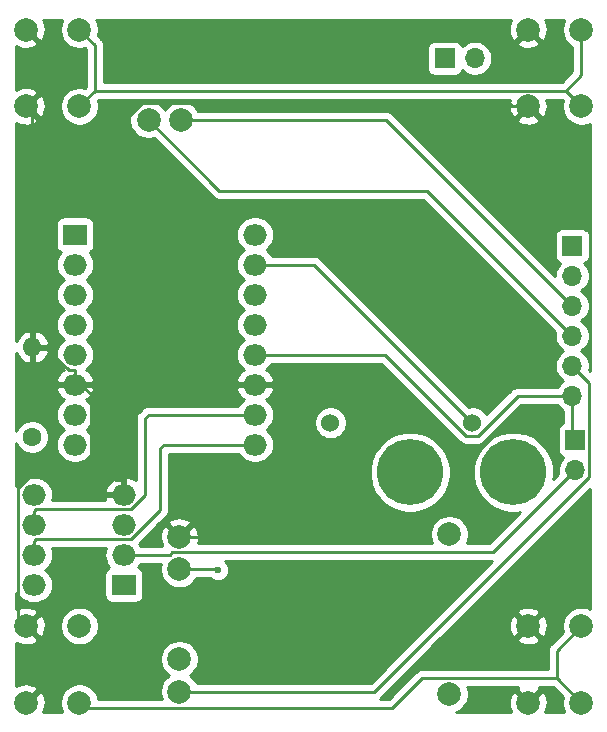
<source format=gbr>
G04 #@! TF.GenerationSoftware,KiCad,Pcbnew,5.1.5-52549c5~84~ubuntu18.04.1*
G04 #@! TF.CreationDate,2020-01-01T22:03:35+01:00*
G04 #@! TF.ProjectId,NOKOlino,4e4f4b4f-6c69-46e6-9f2e-6b696361645f,3.0*
G04 #@! TF.SameCoordinates,Original*
G04 #@! TF.FileFunction,Copper,L2,Bot*
G04 #@! TF.FilePolarity,Positive*
%FSLAX46Y46*%
G04 Gerber Fmt 4.6, Leading zero omitted, Abs format (unit mm)*
G04 Created by KiCad (PCBNEW 5.1.5-52549c5~84~ubuntu18.04.1) date 2020-01-01 22:03:35*
%MOMM*%
%LPD*%
G04 APERTURE LIST*
%ADD10O,1.700000X1.700000*%
%ADD11R,1.700000X1.700000*%
%ADD12C,2.000000*%
%ADD13C,1.524000*%
%ADD14C,5.600000*%
%ADD15R,2.000000X1.800000*%
%ADD16O,2.000000X1.800000*%
%ADD17C,1.600000*%
%ADD18O,1.600000X1.600000*%
%ADD19C,0.600000*%
%ADD20C,0.250000*%
%ADD21C,0.254000*%
G04 APERTURE END LIST*
D10*
X172720000Y-91440000D03*
D11*
X170180000Y-91440000D03*
D12*
X147720000Y-142310000D03*
X147720000Y-134690000D03*
X147720000Y-131946800D03*
X147720000Y-145053200D03*
X170580000Y-131743600D03*
X170580000Y-145256400D03*
D13*
X160500000Y-122300000D03*
X172500000Y-122300000D03*
D14*
X167250000Y-126500000D03*
X176000000Y-126500000D03*
D12*
X139250000Y-95500000D03*
X134750000Y-95500000D03*
X139250000Y-89000000D03*
X134750000Y-89000000D03*
X181750000Y-95500000D03*
X177250000Y-95500000D03*
X181750000Y-89000000D03*
X177250000Y-89000000D03*
X181750000Y-146000000D03*
X177250000Y-146000000D03*
X181750000Y-139500000D03*
X177250000Y-139500000D03*
X139250000Y-146000000D03*
X134750000Y-146000000D03*
X139250000Y-139500000D03*
X134750000Y-139500000D03*
D15*
X143000000Y-136000000D03*
D16*
X135380000Y-128380000D03*
X143000000Y-133460000D03*
X135380000Y-130920000D03*
X143000000Y-130920000D03*
X135380000Y-133460000D03*
X143000000Y-128380000D03*
X135380000Y-136000000D03*
X154120000Y-124140000D03*
X154120000Y-121600000D03*
X154120000Y-119060000D03*
X154120000Y-116520000D03*
X154120000Y-113980000D03*
X154120000Y-111440000D03*
X154120000Y-108900000D03*
X154120000Y-106360000D03*
X138880000Y-124140000D03*
X138880000Y-121600000D03*
X138880000Y-119060000D03*
X138880000Y-116520000D03*
X138880000Y-113980000D03*
X138880000Y-111440000D03*
X138880000Y-108900000D03*
D15*
X138880000Y-106360000D03*
D12*
X147875000Y-96650000D03*
X145100000Y-96650000D03*
D17*
X135250000Y-123500000D03*
D18*
X135250000Y-115880000D03*
D11*
X181250000Y-123750000D03*
D10*
X181250000Y-126290000D03*
D11*
X180975000Y-107315000D03*
D10*
X180975000Y-109855000D03*
X180975000Y-112395000D03*
X180975000Y-114935000D03*
X180975000Y-117475000D03*
X180975000Y-120015000D03*
D19*
X150983000Y-134760300D03*
D20*
X159100000Y-108900000D02*
X172500000Y-122300000D01*
X154120000Y-108900000D02*
X159100000Y-108900000D01*
X140575400Y-90325400D02*
X139250000Y-89000000D01*
X140575400Y-94174600D02*
X140575400Y-90325400D01*
X140575400Y-94174600D02*
X139250000Y-95500000D01*
X179655500Y-141594500D02*
X181750000Y-139500000D01*
X179655500Y-143905500D02*
X179655500Y-141594500D01*
X168249000Y-143905500D02*
X179655500Y-143905500D01*
X165741700Y-146412800D02*
X168249000Y-143905500D01*
X139662800Y-146412800D02*
X165741700Y-146412800D01*
X139250000Y-146000000D02*
X139662800Y-146412800D01*
X179655500Y-143905500D02*
X181750000Y-146000000D01*
X181750000Y-92849200D02*
X181750000Y-89000000D01*
X180424600Y-94174600D02*
X181750000Y-92849200D01*
X181750000Y-95500000D02*
X180424600Y-94174600D01*
X180424600Y-94174600D02*
X140575400Y-94174600D01*
X165109300Y-116520000D02*
X154120000Y-116520000D01*
X171989000Y-123399700D02*
X165109300Y-116520000D01*
X172973800Y-123399700D02*
X171989000Y-123399700D01*
X180975000Y-123475000D02*
X181250000Y-123750000D01*
X180975000Y-120015000D02*
X180975000Y-123475000D01*
X176358500Y-120015000D02*
X180975000Y-120015000D01*
X176358500Y-120015000D02*
X172973800Y-123399700D01*
X143607415Y-132145010D02*
X146050000Y-129702425D01*
X135544990Y-132145010D02*
X143607415Y-132145010D01*
X135380000Y-133460000D02*
X135380000Y-132310000D01*
X135380000Y-132310000D02*
X135544990Y-132145010D01*
X146050000Y-129702425D02*
X146050000Y-124460000D01*
X146370000Y-124140000D02*
X154120000Y-124140000D01*
X146050000Y-124460000D02*
X146370000Y-124140000D01*
X135380000Y-129770000D02*
X135544990Y-129605010D01*
X135380000Y-130920000D02*
X135380000Y-129770000D01*
X135544990Y-129605010D02*
X143607415Y-129605010D01*
X145100000Y-121600000D02*
X154120000Y-121600000D01*
X143607415Y-129605010D02*
X144780000Y-128432425D01*
X144780000Y-128432425D02*
X144780000Y-121920000D01*
X144780000Y-121920000D02*
X145100000Y-121600000D01*
X165230000Y-96650000D02*
X147875000Y-96650000D01*
X180975000Y-112395000D02*
X165230000Y-96650000D01*
X151096600Y-102646600D02*
X145100000Y-96650000D01*
X180975000Y-114935000D02*
X168686600Y-102646600D01*
X168686600Y-102646600D02*
X151096600Y-102646600D01*
X150912700Y-134690000D02*
X150983000Y-134760300D01*
X147720000Y-134690000D02*
X150912700Y-134690000D01*
X135250000Y-96000000D02*
X134750000Y-95500000D01*
X135250000Y-115880000D02*
X135250000Y-96000000D01*
X138330000Y-117834700D02*
X138880000Y-117834700D01*
X136375300Y-115880000D02*
X138330000Y-117834700D01*
X135250000Y-115880000D02*
X136375300Y-115880000D01*
X138880000Y-119060000D02*
X138880000Y-118547200D01*
X138880000Y-118547200D02*
X138880000Y-117834700D01*
X134053600Y-138803600D02*
X134750000Y-139500000D01*
X134053600Y-127810800D02*
X134053600Y-138803600D01*
X136135700Y-125728700D02*
X134053600Y-127810800D01*
X139518600Y-125728700D02*
X136135700Y-125728700D01*
X140231600Y-125015700D02*
X139518600Y-125728700D01*
X142370600Y-127154700D02*
X143000000Y-127154700D01*
X140231600Y-125015700D02*
X142370600Y-127154700D01*
X143000000Y-128380000D02*
X143000000Y-127154700D01*
X141070400Y-119060000D02*
X140231600Y-119898800D01*
X154120000Y-119060000D02*
X141070400Y-119060000D01*
X138880000Y-118547200D02*
X140231600Y-119898800D01*
X140231600Y-119898800D02*
X140231600Y-125015700D01*
X156845000Y-119060000D02*
X157160000Y-119060000D01*
X156845000Y-119060000D02*
X154120000Y-119060000D01*
X157160000Y-119060000D02*
X158115000Y-120015000D01*
X158115000Y-130676800D02*
X156845000Y-131946800D01*
X158115000Y-120015000D02*
X158115000Y-130676800D01*
X147720000Y-131946800D02*
X156845000Y-131946800D01*
X175835787Y-95500000D02*
X175585787Y-95250000D01*
X177250000Y-95500000D02*
X175835787Y-95500000D01*
X141070400Y-98718598D02*
X141070400Y-119060000D01*
X144538998Y-95250000D02*
X141070400Y-98718598D01*
X175585787Y-95250000D02*
X144538998Y-95250000D01*
X147083999Y-133271801D02*
X146895800Y-133460000D01*
X181250000Y-126290000D02*
X174268199Y-133271801D01*
X146895800Y-133460000D02*
X143000000Y-133460000D01*
X174268199Y-133271801D02*
X147083999Y-133271801D01*
X149134213Y-145053200D02*
X147720000Y-145053200D01*
X164225802Y-145053200D02*
X149134213Y-145053200D01*
X182425001Y-118925001D02*
X182425001Y-126854001D01*
X182425001Y-126854001D02*
X164225802Y-145053200D01*
X180975000Y-117475000D02*
X182425001Y-118925001D01*
D21*
G36*
X176294192Y-144864587D02*
G01*
X177250000Y-145820395D01*
X178205808Y-144864587D01*
X178133700Y-144665500D01*
X179340699Y-144665500D01*
X180183823Y-145508625D01*
X180177832Y-145523088D01*
X180115000Y-145838967D01*
X180115000Y-146161033D01*
X180177832Y-146476912D01*
X180301082Y-146774463D01*
X180311463Y-146790000D01*
X178683889Y-146790000D01*
X178790704Y-146570429D01*
X178872384Y-146258892D01*
X178891718Y-145937405D01*
X178847961Y-145618325D01*
X178742795Y-145313912D01*
X178649814Y-145139956D01*
X178385413Y-145044192D01*
X177429605Y-146000000D01*
X177443748Y-146014143D01*
X177264143Y-146193748D01*
X177250000Y-146179605D01*
X177235858Y-146193748D01*
X177056253Y-146014143D01*
X177070395Y-146000000D01*
X176114587Y-145044192D01*
X175850186Y-145139956D01*
X175709296Y-145429571D01*
X175627616Y-145741108D01*
X175608282Y-146062595D01*
X175652039Y-146381675D01*
X175757205Y-146686088D01*
X175812747Y-146790000D01*
X171150023Y-146790000D01*
X171354463Y-146705318D01*
X171622252Y-146526387D01*
X171849987Y-146298652D01*
X172028918Y-146030863D01*
X172152168Y-145733312D01*
X172215000Y-145417433D01*
X172215000Y-145095367D01*
X172152168Y-144779488D01*
X172104952Y-144665500D01*
X176366300Y-144665500D01*
X176294192Y-144864587D01*
G37*
X176294192Y-144864587D02*
X177250000Y-145820395D01*
X178205808Y-144864587D01*
X178133700Y-144665500D01*
X179340699Y-144665500D01*
X180183823Y-145508625D01*
X180177832Y-145523088D01*
X180115000Y-145838967D01*
X180115000Y-146161033D01*
X180177832Y-146476912D01*
X180301082Y-146774463D01*
X180311463Y-146790000D01*
X178683889Y-146790000D01*
X178790704Y-146570429D01*
X178872384Y-146258892D01*
X178891718Y-145937405D01*
X178847961Y-145618325D01*
X178742795Y-145313912D01*
X178649814Y-145139956D01*
X178385413Y-145044192D01*
X177429605Y-146000000D01*
X177443748Y-146014143D01*
X177264143Y-146193748D01*
X177250000Y-146179605D01*
X177235858Y-146193748D01*
X177056253Y-146014143D01*
X177070395Y-146000000D01*
X176114587Y-145044192D01*
X175850186Y-145139956D01*
X175709296Y-145429571D01*
X175627616Y-145741108D01*
X175608282Y-146062595D01*
X175652039Y-146381675D01*
X175757205Y-146686088D01*
X175812747Y-146790000D01*
X171150023Y-146790000D01*
X171354463Y-146705318D01*
X171622252Y-146526387D01*
X171849987Y-146298652D01*
X172028918Y-146030863D01*
X172152168Y-145733312D01*
X172215000Y-145417433D01*
X172215000Y-145095367D01*
X172152168Y-144779488D01*
X172104952Y-144665500D01*
X176366300Y-144665500D01*
X176294192Y-144864587D01*
G36*
X141387210Y-133159087D02*
G01*
X141357573Y-133460000D01*
X141387210Y-133760913D01*
X141474983Y-134050261D01*
X141617519Y-134316927D01*
X141772280Y-134505505D01*
X141755820Y-134510498D01*
X141645506Y-134569463D01*
X141548815Y-134648815D01*
X141469463Y-134745506D01*
X141410498Y-134855820D01*
X141374188Y-134975518D01*
X141361928Y-135100000D01*
X141361928Y-136900000D01*
X141374188Y-137024482D01*
X141410498Y-137144180D01*
X141469463Y-137254494D01*
X141548815Y-137351185D01*
X141645506Y-137430537D01*
X141755820Y-137489502D01*
X141875518Y-137525812D01*
X142000000Y-137538072D01*
X144000000Y-137538072D01*
X144124482Y-137525812D01*
X144244180Y-137489502D01*
X144354494Y-137430537D01*
X144451185Y-137351185D01*
X144530537Y-137254494D01*
X144589502Y-137144180D01*
X144625812Y-137024482D01*
X144638072Y-136900000D01*
X144638072Y-135100000D01*
X144625812Y-134975518D01*
X144589502Y-134855820D01*
X144530537Y-134745506D01*
X144451185Y-134648815D01*
X144354494Y-134569463D01*
X144244180Y-134510498D01*
X144227720Y-134505505D01*
X144382481Y-134316927D01*
X144434290Y-134220000D01*
X146146457Y-134220000D01*
X146085000Y-134528967D01*
X146085000Y-134851033D01*
X146147832Y-135166912D01*
X146271082Y-135464463D01*
X146450013Y-135732252D01*
X146677748Y-135959987D01*
X146945537Y-136138918D01*
X147243088Y-136262168D01*
X147558967Y-136325000D01*
X147881033Y-136325000D01*
X148196912Y-136262168D01*
X148494463Y-136138918D01*
X148762252Y-135959987D01*
X148989987Y-135732252D01*
X149168918Y-135464463D01*
X149174909Y-135450000D01*
X150350410Y-135450000D01*
X150386972Y-135486562D01*
X150540111Y-135588886D01*
X150710271Y-135659368D01*
X150890911Y-135695300D01*
X151075089Y-135695300D01*
X151255729Y-135659368D01*
X151425889Y-135588886D01*
X151579028Y-135486562D01*
X151709262Y-135356328D01*
X151811586Y-135203189D01*
X151882068Y-135033029D01*
X151918000Y-134852389D01*
X151918000Y-134668211D01*
X151882068Y-134487571D01*
X151811586Y-134317411D01*
X151709262Y-134164272D01*
X151579028Y-134034038D01*
X151575680Y-134031801D01*
X174172399Y-134031801D01*
X163911001Y-144293200D01*
X149174909Y-144293200D01*
X149168918Y-144278737D01*
X148989987Y-144010948D01*
X148762252Y-143783213D01*
X148610177Y-143681600D01*
X148762252Y-143579987D01*
X148989987Y-143352252D01*
X149168918Y-143084463D01*
X149292168Y-142786912D01*
X149355000Y-142471033D01*
X149355000Y-142148967D01*
X149292168Y-141833088D01*
X149168918Y-141535537D01*
X148989987Y-141267748D01*
X148762252Y-141040013D01*
X148494463Y-140861082D01*
X148196912Y-140737832D01*
X147881033Y-140675000D01*
X147558967Y-140675000D01*
X147243088Y-140737832D01*
X146945537Y-140861082D01*
X146677748Y-141040013D01*
X146450013Y-141267748D01*
X146271082Y-141535537D01*
X146147832Y-141833088D01*
X146085000Y-142148967D01*
X146085000Y-142471033D01*
X146147832Y-142786912D01*
X146271082Y-143084463D01*
X146450013Y-143352252D01*
X146677748Y-143579987D01*
X146829823Y-143681600D01*
X146677748Y-143783213D01*
X146450013Y-144010948D01*
X146271082Y-144278737D01*
X146147832Y-144576288D01*
X146085000Y-144892167D01*
X146085000Y-145214233D01*
X146147832Y-145530112D01*
X146198651Y-145652800D01*
X140847969Y-145652800D01*
X140822168Y-145523088D01*
X140698918Y-145225537D01*
X140519987Y-144957748D01*
X140292252Y-144730013D01*
X140024463Y-144551082D01*
X139726912Y-144427832D01*
X139411033Y-144365000D01*
X139088967Y-144365000D01*
X138773088Y-144427832D01*
X138475537Y-144551082D01*
X138207748Y-144730013D01*
X137980013Y-144957748D01*
X137801082Y-145225537D01*
X137677832Y-145523088D01*
X137615000Y-145838967D01*
X137615000Y-146161033D01*
X137677832Y-146476912D01*
X137801082Y-146774463D01*
X137811463Y-146790000D01*
X136183889Y-146790000D01*
X136290704Y-146570429D01*
X136372384Y-146258892D01*
X136391718Y-145937405D01*
X136347961Y-145618325D01*
X136242795Y-145313912D01*
X136149814Y-145139956D01*
X135885413Y-145044192D01*
X134929605Y-146000000D01*
X134943748Y-146014143D01*
X134764143Y-146193748D01*
X134750000Y-146179605D01*
X134735858Y-146193748D01*
X134556253Y-146014143D01*
X134570395Y-146000000D01*
X134556253Y-145985858D01*
X134735858Y-145806253D01*
X134750000Y-145820395D01*
X135705808Y-144864587D01*
X135610044Y-144600186D01*
X135320429Y-144459296D01*
X135008892Y-144377616D01*
X134687405Y-144358282D01*
X134368325Y-144402039D01*
X134063912Y-144507205D01*
X133910000Y-144589472D01*
X133910000Y-140909565D01*
X134179571Y-141040704D01*
X134491108Y-141122384D01*
X134812595Y-141141718D01*
X135131675Y-141097961D01*
X135436088Y-140992795D01*
X135610044Y-140899814D01*
X135705808Y-140635413D01*
X134750000Y-139679605D01*
X134735858Y-139693748D01*
X134556253Y-139514143D01*
X134570395Y-139500000D01*
X134929605Y-139500000D01*
X135885413Y-140455808D01*
X136149814Y-140360044D01*
X136290704Y-140070429D01*
X136372384Y-139758892D01*
X136391718Y-139437405D01*
X136378219Y-139338967D01*
X137615000Y-139338967D01*
X137615000Y-139661033D01*
X137677832Y-139976912D01*
X137801082Y-140274463D01*
X137980013Y-140542252D01*
X138207748Y-140769987D01*
X138475537Y-140948918D01*
X138773088Y-141072168D01*
X139088967Y-141135000D01*
X139411033Y-141135000D01*
X139726912Y-141072168D01*
X140024463Y-140948918D01*
X140292252Y-140769987D01*
X140519987Y-140542252D01*
X140698918Y-140274463D01*
X140822168Y-139976912D01*
X140885000Y-139661033D01*
X140885000Y-139338967D01*
X140822168Y-139023088D01*
X140698918Y-138725537D01*
X140519987Y-138457748D01*
X140292252Y-138230013D01*
X140024463Y-138051082D01*
X139726912Y-137927832D01*
X139411033Y-137865000D01*
X139088967Y-137865000D01*
X138773088Y-137927832D01*
X138475537Y-138051082D01*
X138207748Y-138230013D01*
X137980013Y-138457748D01*
X137801082Y-138725537D01*
X137677832Y-139023088D01*
X137615000Y-139338967D01*
X136378219Y-139338967D01*
X136347961Y-139118325D01*
X136242795Y-138813912D01*
X136149814Y-138639956D01*
X135885413Y-138544192D01*
X134929605Y-139500000D01*
X134570395Y-139500000D01*
X134556253Y-139485858D01*
X134735858Y-139306253D01*
X134750000Y-139320395D01*
X135705808Y-138364587D01*
X135610044Y-138100186D01*
X135320429Y-137959296D01*
X135008892Y-137877616D01*
X134687405Y-137858282D01*
X134368325Y-137902039D01*
X134063912Y-138007205D01*
X133910000Y-138089472D01*
X133910000Y-136693191D01*
X133997519Y-136856927D01*
X134189339Y-137090661D01*
X134423073Y-137282481D01*
X134689739Y-137425017D01*
X134979087Y-137512790D01*
X135204592Y-137535000D01*
X135555408Y-137535000D01*
X135780913Y-137512790D01*
X136070261Y-137425017D01*
X136336927Y-137282481D01*
X136570661Y-137090661D01*
X136762481Y-136856927D01*
X136905017Y-136590261D01*
X136992790Y-136300913D01*
X137022427Y-136000000D01*
X136992790Y-135699087D01*
X136905017Y-135409739D01*
X136762481Y-135143073D01*
X136570661Y-134909339D01*
X136352135Y-134730000D01*
X136570661Y-134550661D01*
X136762481Y-134316927D01*
X136905017Y-134050261D01*
X136992790Y-133760913D01*
X137022427Y-133460000D01*
X136992790Y-133159087D01*
X136915716Y-132905010D01*
X141464284Y-132905010D01*
X141387210Y-133159087D01*
G37*
X141387210Y-133159087D02*
X141357573Y-133460000D01*
X141387210Y-133760913D01*
X141474983Y-134050261D01*
X141617519Y-134316927D01*
X141772280Y-134505505D01*
X141755820Y-134510498D01*
X141645506Y-134569463D01*
X141548815Y-134648815D01*
X141469463Y-134745506D01*
X141410498Y-134855820D01*
X141374188Y-134975518D01*
X141361928Y-135100000D01*
X141361928Y-136900000D01*
X141374188Y-137024482D01*
X141410498Y-137144180D01*
X141469463Y-137254494D01*
X141548815Y-137351185D01*
X141645506Y-137430537D01*
X141755820Y-137489502D01*
X141875518Y-137525812D01*
X142000000Y-137538072D01*
X144000000Y-137538072D01*
X144124482Y-137525812D01*
X144244180Y-137489502D01*
X144354494Y-137430537D01*
X144451185Y-137351185D01*
X144530537Y-137254494D01*
X144589502Y-137144180D01*
X144625812Y-137024482D01*
X144638072Y-136900000D01*
X144638072Y-135100000D01*
X144625812Y-134975518D01*
X144589502Y-134855820D01*
X144530537Y-134745506D01*
X144451185Y-134648815D01*
X144354494Y-134569463D01*
X144244180Y-134510498D01*
X144227720Y-134505505D01*
X144382481Y-134316927D01*
X144434290Y-134220000D01*
X146146457Y-134220000D01*
X146085000Y-134528967D01*
X146085000Y-134851033D01*
X146147832Y-135166912D01*
X146271082Y-135464463D01*
X146450013Y-135732252D01*
X146677748Y-135959987D01*
X146945537Y-136138918D01*
X147243088Y-136262168D01*
X147558967Y-136325000D01*
X147881033Y-136325000D01*
X148196912Y-136262168D01*
X148494463Y-136138918D01*
X148762252Y-135959987D01*
X148989987Y-135732252D01*
X149168918Y-135464463D01*
X149174909Y-135450000D01*
X150350410Y-135450000D01*
X150386972Y-135486562D01*
X150540111Y-135588886D01*
X150710271Y-135659368D01*
X150890911Y-135695300D01*
X151075089Y-135695300D01*
X151255729Y-135659368D01*
X151425889Y-135588886D01*
X151579028Y-135486562D01*
X151709262Y-135356328D01*
X151811586Y-135203189D01*
X151882068Y-135033029D01*
X151918000Y-134852389D01*
X151918000Y-134668211D01*
X151882068Y-134487571D01*
X151811586Y-134317411D01*
X151709262Y-134164272D01*
X151579028Y-134034038D01*
X151575680Y-134031801D01*
X174172399Y-134031801D01*
X163911001Y-144293200D01*
X149174909Y-144293200D01*
X149168918Y-144278737D01*
X148989987Y-144010948D01*
X148762252Y-143783213D01*
X148610177Y-143681600D01*
X148762252Y-143579987D01*
X148989987Y-143352252D01*
X149168918Y-143084463D01*
X149292168Y-142786912D01*
X149355000Y-142471033D01*
X149355000Y-142148967D01*
X149292168Y-141833088D01*
X149168918Y-141535537D01*
X148989987Y-141267748D01*
X148762252Y-141040013D01*
X148494463Y-140861082D01*
X148196912Y-140737832D01*
X147881033Y-140675000D01*
X147558967Y-140675000D01*
X147243088Y-140737832D01*
X146945537Y-140861082D01*
X146677748Y-141040013D01*
X146450013Y-141267748D01*
X146271082Y-141535537D01*
X146147832Y-141833088D01*
X146085000Y-142148967D01*
X146085000Y-142471033D01*
X146147832Y-142786912D01*
X146271082Y-143084463D01*
X146450013Y-143352252D01*
X146677748Y-143579987D01*
X146829823Y-143681600D01*
X146677748Y-143783213D01*
X146450013Y-144010948D01*
X146271082Y-144278737D01*
X146147832Y-144576288D01*
X146085000Y-144892167D01*
X146085000Y-145214233D01*
X146147832Y-145530112D01*
X146198651Y-145652800D01*
X140847969Y-145652800D01*
X140822168Y-145523088D01*
X140698918Y-145225537D01*
X140519987Y-144957748D01*
X140292252Y-144730013D01*
X140024463Y-144551082D01*
X139726912Y-144427832D01*
X139411033Y-144365000D01*
X139088967Y-144365000D01*
X138773088Y-144427832D01*
X138475537Y-144551082D01*
X138207748Y-144730013D01*
X137980013Y-144957748D01*
X137801082Y-145225537D01*
X137677832Y-145523088D01*
X137615000Y-145838967D01*
X137615000Y-146161033D01*
X137677832Y-146476912D01*
X137801082Y-146774463D01*
X137811463Y-146790000D01*
X136183889Y-146790000D01*
X136290704Y-146570429D01*
X136372384Y-146258892D01*
X136391718Y-145937405D01*
X136347961Y-145618325D01*
X136242795Y-145313912D01*
X136149814Y-145139956D01*
X135885413Y-145044192D01*
X134929605Y-146000000D01*
X134943748Y-146014143D01*
X134764143Y-146193748D01*
X134750000Y-146179605D01*
X134735858Y-146193748D01*
X134556253Y-146014143D01*
X134570395Y-146000000D01*
X134556253Y-145985858D01*
X134735858Y-145806253D01*
X134750000Y-145820395D01*
X135705808Y-144864587D01*
X135610044Y-144600186D01*
X135320429Y-144459296D01*
X135008892Y-144377616D01*
X134687405Y-144358282D01*
X134368325Y-144402039D01*
X134063912Y-144507205D01*
X133910000Y-144589472D01*
X133910000Y-140909565D01*
X134179571Y-141040704D01*
X134491108Y-141122384D01*
X134812595Y-141141718D01*
X135131675Y-141097961D01*
X135436088Y-140992795D01*
X135610044Y-140899814D01*
X135705808Y-140635413D01*
X134750000Y-139679605D01*
X134735858Y-139693748D01*
X134556253Y-139514143D01*
X134570395Y-139500000D01*
X134929605Y-139500000D01*
X135885413Y-140455808D01*
X136149814Y-140360044D01*
X136290704Y-140070429D01*
X136372384Y-139758892D01*
X136391718Y-139437405D01*
X136378219Y-139338967D01*
X137615000Y-139338967D01*
X137615000Y-139661033D01*
X137677832Y-139976912D01*
X137801082Y-140274463D01*
X137980013Y-140542252D01*
X138207748Y-140769987D01*
X138475537Y-140948918D01*
X138773088Y-141072168D01*
X139088967Y-141135000D01*
X139411033Y-141135000D01*
X139726912Y-141072168D01*
X140024463Y-140948918D01*
X140292252Y-140769987D01*
X140519987Y-140542252D01*
X140698918Y-140274463D01*
X140822168Y-139976912D01*
X140885000Y-139661033D01*
X140885000Y-139338967D01*
X140822168Y-139023088D01*
X140698918Y-138725537D01*
X140519987Y-138457748D01*
X140292252Y-138230013D01*
X140024463Y-138051082D01*
X139726912Y-137927832D01*
X139411033Y-137865000D01*
X139088967Y-137865000D01*
X138773088Y-137927832D01*
X138475537Y-138051082D01*
X138207748Y-138230013D01*
X137980013Y-138457748D01*
X137801082Y-138725537D01*
X137677832Y-139023088D01*
X137615000Y-139338967D01*
X136378219Y-139338967D01*
X136347961Y-139118325D01*
X136242795Y-138813912D01*
X136149814Y-138639956D01*
X135885413Y-138544192D01*
X134929605Y-139500000D01*
X134570395Y-139500000D01*
X134556253Y-139485858D01*
X134735858Y-139306253D01*
X134750000Y-139320395D01*
X135705808Y-138364587D01*
X135610044Y-138100186D01*
X135320429Y-137959296D01*
X135008892Y-137877616D01*
X134687405Y-137858282D01*
X134368325Y-137902039D01*
X134063912Y-138007205D01*
X133910000Y-138089472D01*
X133910000Y-136693191D01*
X133997519Y-136856927D01*
X134189339Y-137090661D01*
X134423073Y-137282481D01*
X134689739Y-137425017D01*
X134979087Y-137512790D01*
X135204592Y-137535000D01*
X135555408Y-137535000D01*
X135780913Y-137512790D01*
X136070261Y-137425017D01*
X136336927Y-137282481D01*
X136570661Y-137090661D01*
X136762481Y-136856927D01*
X136905017Y-136590261D01*
X136992790Y-136300913D01*
X137022427Y-136000000D01*
X136992790Y-135699087D01*
X136905017Y-135409739D01*
X136762481Y-135143073D01*
X136570661Y-134909339D01*
X136352135Y-134730000D01*
X136570661Y-134550661D01*
X136762481Y-134316927D01*
X136905017Y-134050261D01*
X136992790Y-133760913D01*
X137022427Y-133460000D01*
X136992790Y-133159087D01*
X136915716Y-132905010D01*
X141464284Y-132905010D01*
X141387210Y-133159087D01*
G36*
X182490000Y-138036807D02*
G01*
X182226912Y-137927832D01*
X181911033Y-137865000D01*
X181588967Y-137865000D01*
X181273088Y-137927832D01*
X180975537Y-138051082D01*
X180707748Y-138230013D01*
X180480013Y-138457748D01*
X180301082Y-138725537D01*
X180177832Y-139023088D01*
X180115000Y-139338967D01*
X180115000Y-139661033D01*
X180177832Y-139976912D01*
X180183823Y-139991375D01*
X179144498Y-141030701D01*
X179115500Y-141054499D01*
X179091702Y-141083497D01*
X179091701Y-141083498D01*
X179020526Y-141170224D01*
X178949954Y-141302254D01*
X178906498Y-141445515D01*
X178891824Y-141594500D01*
X178895501Y-141631832D01*
X178895500Y-143145500D01*
X168286325Y-143145500D01*
X168249000Y-143141824D01*
X168211675Y-143145500D01*
X168211667Y-143145500D01*
X168100014Y-143156497D01*
X167956753Y-143199954D01*
X167824724Y-143270526D01*
X167708999Y-143365499D01*
X167685201Y-143394497D01*
X165426899Y-145652800D01*
X164693181Y-145652800D01*
X164765803Y-145593201D01*
X164789606Y-145564197D01*
X169718390Y-140635413D01*
X176294192Y-140635413D01*
X176389956Y-140899814D01*
X176679571Y-141040704D01*
X176991108Y-141122384D01*
X177312595Y-141141718D01*
X177631675Y-141097961D01*
X177936088Y-140992795D01*
X178110044Y-140899814D01*
X178205808Y-140635413D01*
X177250000Y-139679605D01*
X176294192Y-140635413D01*
X169718390Y-140635413D01*
X170791208Y-139562595D01*
X175608282Y-139562595D01*
X175652039Y-139881675D01*
X175757205Y-140186088D01*
X175850186Y-140360044D01*
X176114587Y-140455808D01*
X177070395Y-139500000D01*
X177429605Y-139500000D01*
X178385413Y-140455808D01*
X178649814Y-140360044D01*
X178790704Y-140070429D01*
X178872384Y-139758892D01*
X178891718Y-139437405D01*
X178847961Y-139118325D01*
X178742795Y-138813912D01*
X178649814Y-138639956D01*
X178385413Y-138544192D01*
X177429605Y-139500000D01*
X177070395Y-139500000D01*
X176114587Y-138544192D01*
X175850186Y-138639956D01*
X175709296Y-138929571D01*
X175627616Y-139241108D01*
X175608282Y-139562595D01*
X170791208Y-139562595D01*
X171989216Y-138364587D01*
X176294192Y-138364587D01*
X177250000Y-139320395D01*
X178205808Y-138364587D01*
X178110044Y-138100186D01*
X177820429Y-137959296D01*
X177508892Y-137877616D01*
X177187405Y-137858282D01*
X176868325Y-137902039D01*
X176563912Y-138007205D01*
X176389956Y-138100186D01*
X176294192Y-138364587D01*
X171989216Y-138364587D01*
X182490000Y-127863804D01*
X182490000Y-138036807D01*
G37*
X182490000Y-138036807D02*
X182226912Y-137927832D01*
X181911033Y-137865000D01*
X181588967Y-137865000D01*
X181273088Y-137927832D01*
X180975537Y-138051082D01*
X180707748Y-138230013D01*
X180480013Y-138457748D01*
X180301082Y-138725537D01*
X180177832Y-139023088D01*
X180115000Y-139338967D01*
X180115000Y-139661033D01*
X180177832Y-139976912D01*
X180183823Y-139991375D01*
X179144498Y-141030701D01*
X179115500Y-141054499D01*
X179091702Y-141083497D01*
X179091701Y-141083498D01*
X179020526Y-141170224D01*
X178949954Y-141302254D01*
X178906498Y-141445515D01*
X178891824Y-141594500D01*
X178895501Y-141631832D01*
X178895500Y-143145500D01*
X168286325Y-143145500D01*
X168249000Y-143141824D01*
X168211675Y-143145500D01*
X168211667Y-143145500D01*
X168100014Y-143156497D01*
X167956753Y-143199954D01*
X167824724Y-143270526D01*
X167708999Y-143365499D01*
X167685201Y-143394497D01*
X165426899Y-145652800D01*
X164693181Y-145652800D01*
X164765803Y-145593201D01*
X164789606Y-145564197D01*
X169718390Y-140635413D01*
X176294192Y-140635413D01*
X176389956Y-140899814D01*
X176679571Y-141040704D01*
X176991108Y-141122384D01*
X177312595Y-141141718D01*
X177631675Y-141097961D01*
X177936088Y-140992795D01*
X178110044Y-140899814D01*
X178205808Y-140635413D01*
X177250000Y-139679605D01*
X176294192Y-140635413D01*
X169718390Y-140635413D01*
X170791208Y-139562595D01*
X175608282Y-139562595D01*
X175652039Y-139881675D01*
X175757205Y-140186088D01*
X175850186Y-140360044D01*
X176114587Y-140455808D01*
X177070395Y-139500000D01*
X177429605Y-139500000D01*
X178385413Y-140455808D01*
X178649814Y-140360044D01*
X178790704Y-140070429D01*
X178872384Y-139758892D01*
X178891718Y-139437405D01*
X178847961Y-139118325D01*
X178742795Y-138813912D01*
X178649814Y-138639956D01*
X178385413Y-138544192D01*
X177429605Y-139500000D01*
X177070395Y-139500000D01*
X176114587Y-138544192D01*
X175850186Y-138639956D01*
X175709296Y-138929571D01*
X175627616Y-139241108D01*
X175608282Y-139562595D01*
X170791208Y-139562595D01*
X171989216Y-138364587D01*
X176294192Y-138364587D01*
X177250000Y-139320395D01*
X178205808Y-138364587D01*
X178110044Y-138100186D01*
X177820429Y-137959296D01*
X177508892Y-137877616D01*
X177187405Y-137858282D01*
X176868325Y-137902039D01*
X176563912Y-138007205D01*
X176389956Y-138100186D01*
X176294192Y-138364587D01*
X171989216Y-138364587D01*
X182490000Y-127863804D01*
X182490000Y-138036807D01*
G36*
X137801082Y-88225537D02*
G01*
X137677832Y-88523088D01*
X137615000Y-88838967D01*
X137615000Y-89161033D01*
X137677832Y-89476912D01*
X137801082Y-89774463D01*
X137980013Y-90042252D01*
X138207748Y-90269987D01*
X138475537Y-90448918D01*
X138773088Y-90572168D01*
X139088967Y-90635000D01*
X139411033Y-90635000D01*
X139726912Y-90572168D01*
X139741375Y-90566177D01*
X139815401Y-90640203D01*
X139815400Y-93859798D01*
X139741375Y-93933823D01*
X139726912Y-93927832D01*
X139411033Y-93865000D01*
X139088967Y-93865000D01*
X138773088Y-93927832D01*
X138475537Y-94051082D01*
X138207748Y-94230013D01*
X137980013Y-94457748D01*
X137801082Y-94725537D01*
X137677832Y-95023088D01*
X137615000Y-95338967D01*
X137615000Y-95661033D01*
X137677832Y-95976912D01*
X137801082Y-96274463D01*
X137980013Y-96542252D01*
X138207748Y-96769987D01*
X138475537Y-96948918D01*
X138773088Y-97072168D01*
X139088967Y-97135000D01*
X139411033Y-97135000D01*
X139726912Y-97072168D01*
X140024463Y-96948918D01*
X140292252Y-96769987D01*
X140519987Y-96542252D01*
X140698918Y-96274463D01*
X140822168Y-95976912D01*
X140885000Y-95661033D01*
X140885000Y-95338967D01*
X140822168Y-95023088D01*
X140816177Y-95008625D01*
X140890202Y-94934600D01*
X175707977Y-94934600D01*
X175627616Y-95241108D01*
X175608282Y-95562595D01*
X175652039Y-95881675D01*
X175757205Y-96186088D01*
X175850186Y-96360044D01*
X176114587Y-96455808D01*
X177070395Y-95500000D01*
X177056253Y-95485858D01*
X177235858Y-95306253D01*
X177250000Y-95320395D01*
X177264143Y-95306253D01*
X177443748Y-95485858D01*
X177429605Y-95500000D01*
X178385413Y-96455808D01*
X178649814Y-96360044D01*
X178790704Y-96070429D01*
X178872384Y-95758892D01*
X178891718Y-95437405D01*
X178847961Y-95118325D01*
X178784489Y-94934600D01*
X180109799Y-94934600D01*
X180183823Y-95008624D01*
X180177832Y-95023088D01*
X180115000Y-95338967D01*
X180115000Y-95661033D01*
X180177832Y-95976912D01*
X180301082Y-96274463D01*
X180480013Y-96542252D01*
X180707748Y-96769987D01*
X180975537Y-96948918D01*
X181273088Y-97072168D01*
X181588967Y-97135000D01*
X181911033Y-97135000D01*
X182226912Y-97072168D01*
X182490001Y-96963193D01*
X182490000Y-117915199D01*
X182416210Y-117841408D01*
X182460000Y-117621260D01*
X182460000Y-117328740D01*
X182402932Y-117041842D01*
X182290990Y-116771589D01*
X182128475Y-116528368D01*
X181921632Y-116321525D01*
X181747240Y-116205000D01*
X181921632Y-116088475D01*
X182128475Y-115881632D01*
X182290990Y-115638411D01*
X182402932Y-115368158D01*
X182460000Y-115081260D01*
X182460000Y-114788740D01*
X182402932Y-114501842D01*
X182290990Y-114231589D01*
X182128475Y-113988368D01*
X181921632Y-113781525D01*
X181747240Y-113665000D01*
X181921632Y-113548475D01*
X182128475Y-113341632D01*
X182290990Y-113098411D01*
X182402932Y-112828158D01*
X182460000Y-112541260D01*
X182460000Y-112248740D01*
X182402932Y-111961842D01*
X182290990Y-111691589D01*
X182128475Y-111448368D01*
X181921632Y-111241525D01*
X181747240Y-111125000D01*
X181921632Y-111008475D01*
X182128475Y-110801632D01*
X182290990Y-110558411D01*
X182402932Y-110288158D01*
X182460000Y-110001260D01*
X182460000Y-109708740D01*
X182402932Y-109421842D01*
X182290990Y-109151589D01*
X182128475Y-108908368D01*
X181996620Y-108776513D01*
X182069180Y-108754502D01*
X182179494Y-108695537D01*
X182276185Y-108616185D01*
X182355537Y-108519494D01*
X182414502Y-108409180D01*
X182450812Y-108289482D01*
X182463072Y-108165000D01*
X182463072Y-106465000D01*
X182450812Y-106340518D01*
X182414502Y-106220820D01*
X182355537Y-106110506D01*
X182276185Y-106013815D01*
X182179494Y-105934463D01*
X182069180Y-105875498D01*
X181949482Y-105839188D01*
X181825000Y-105826928D01*
X180125000Y-105826928D01*
X180000518Y-105839188D01*
X179880820Y-105875498D01*
X179770506Y-105934463D01*
X179673815Y-106013815D01*
X179594463Y-106110506D01*
X179535498Y-106220820D01*
X179499188Y-106340518D01*
X179486928Y-106465000D01*
X179486928Y-108165000D01*
X179499188Y-108289482D01*
X179535498Y-108409180D01*
X179594463Y-108519494D01*
X179673815Y-108616185D01*
X179770506Y-108695537D01*
X179880820Y-108754502D01*
X179953380Y-108776513D01*
X179821525Y-108908368D01*
X179659010Y-109151589D01*
X179547068Y-109421842D01*
X179490000Y-109708740D01*
X179490000Y-109835198D01*
X166290215Y-96635413D01*
X176294192Y-96635413D01*
X176389956Y-96899814D01*
X176679571Y-97040704D01*
X176991108Y-97122384D01*
X177312595Y-97141718D01*
X177631675Y-97097961D01*
X177936088Y-96992795D01*
X178110044Y-96899814D01*
X178205808Y-96635413D01*
X177250000Y-95679605D01*
X176294192Y-96635413D01*
X166290215Y-96635413D01*
X165793804Y-96139003D01*
X165770001Y-96109999D01*
X165654276Y-96015026D01*
X165522247Y-95944454D01*
X165378986Y-95900997D01*
X165267333Y-95890000D01*
X165267322Y-95890000D01*
X165230000Y-95886324D01*
X165192678Y-95890000D01*
X149329909Y-95890000D01*
X149323918Y-95875537D01*
X149144987Y-95607748D01*
X148917252Y-95380013D01*
X148649463Y-95201082D01*
X148351912Y-95077832D01*
X148036033Y-95015000D01*
X147713967Y-95015000D01*
X147398088Y-95077832D01*
X147100537Y-95201082D01*
X146832748Y-95380013D01*
X146605013Y-95607748D01*
X146487500Y-95783619D01*
X146369987Y-95607748D01*
X146142252Y-95380013D01*
X145874463Y-95201082D01*
X145576912Y-95077832D01*
X145261033Y-95015000D01*
X144938967Y-95015000D01*
X144623088Y-95077832D01*
X144325537Y-95201082D01*
X144057748Y-95380013D01*
X143830013Y-95607748D01*
X143651082Y-95875537D01*
X143527832Y-96173088D01*
X143465000Y-96488967D01*
X143465000Y-96811033D01*
X143527832Y-97126912D01*
X143651082Y-97424463D01*
X143830013Y-97692252D01*
X144057748Y-97919987D01*
X144325537Y-98098918D01*
X144623088Y-98222168D01*
X144938967Y-98285000D01*
X145261033Y-98285000D01*
X145576912Y-98222168D01*
X145591376Y-98216177D01*
X150532800Y-103157602D01*
X150556599Y-103186601D01*
X150585597Y-103210399D01*
X150672323Y-103281574D01*
X150804353Y-103352146D01*
X150947614Y-103395603D01*
X151059267Y-103406600D01*
X151059276Y-103406600D01*
X151096599Y-103410276D01*
X151133922Y-103406600D01*
X168371799Y-103406600D01*
X179533790Y-114568592D01*
X179490000Y-114788740D01*
X179490000Y-115081260D01*
X179547068Y-115368158D01*
X179659010Y-115638411D01*
X179821525Y-115881632D01*
X180028368Y-116088475D01*
X180202760Y-116205000D01*
X180028368Y-116321525D01*
X179821525Y-116528368D01*
X179659010Y-116771589D01*
X179547068Y-117041842D01*
X179490000Y-117328740D01*
X179490000Y-117621260D01*
X179547068Y-117908158D01*
X179659010Y-118178411D01*
X179821525Y-118421632D01*
X180028368Y-118628475D01*
X180202760Y-118745000D01*
X180028368Y-118861525D01*
X179821525Y-119068368D01*
X179696822Y-119255000D01*
X176395825Y-119255000D01*
X176358500Y-119251324D01*
X176321175Y-119255000D01*
X176321167Y-119255000D01*
X176209514Y-119265997D01*
X176066253Y-119309454D01*
X175934224Y-119380026D01*
X175818499Y-119474999D01*
X175794701Y-119503997D01*
X173706931Y-121591768D01*
X173585120Y-121409465D01*
X173390535Y-121214880D01*
X173161727Y-121061995D01*
X172907490Y-120956686D01*
X172637592Y-120903000D01*
X172362408Y-120903000D01*
X172208430Y-120933628D01*
X159663804Y-108389003D01*
X159640001Y-108359999D01*
X159524276Y-108265026D01*
X159392247Y-108194454D01*
X159248986Y-108150997D01*
X159137333Y-108140000D01*
X159137322Y-108140000D01*
X159100000Y-108136324D01*
X159062678Y-108140000D01*
X155554290Y-108140000D01*
X155502481Y-108043073D01*
X155310661Y-107809339D01*
X155092135Y-107630000D01*
X155310661Y-107450661D01*
X155502481Y-107216927D01*
X155645017Y-106950261D01*
X155732790Y-106660913D01*
X155762427Y-106360000D01*
X155732790Y-106059087D01*
X155645017Y-105769739D01*
X155502481Y-105503073D01*
X155310661Y-105269339D01*
X155076927Y-105077519D01*
X154810261Y-104934983D01*
X154520913Y-104847210D01*
X154295408Y-104825000D01*
X153944592Y-104825000D01*
X153719087Y-104847210D01*
X153429739Y-104934983D01*
X153163073Y-105077519D01*
X152929339Y-105269339D01*
X152737519Y-105503073D01*
X152594983Y-105769739D01*
X152507210Y-106059087D01*
X152477573Y-106360000D01*
X152507210Y-106660913D01*
X152594983Y-106950261D01*
X152737519Y-107216927D01*
X152929339Y-107450661D01*
X153147865Y-107630000D01*
X152929339Y-107809339D01*
X152737519Y-108043073D01*
X152594983Y-108309739D01*
X152507210Y-108599087D01*
X152477573Y-108900000D01*
X152507210Y-109200913D01*
X152594983Y-109490261D01*
X152737519Y-109756927D01*
X152929339Y-109990661D01*
X153147865Y-110170000D01*
X152929339Y-110349339D01*
X152737519Y-110583073D01*
X152594983Y-110849739D01*
X152507210Y-111139087D01*
X152477573Y-111440000D01*
X152507210Y-111740913D01*
X152594983Y-112030261D01*
X152737519Y-112296927D01*
X152929339Y-112530661D01*
X153147865Y-112710000D01*
X152929339Y-112889339D01*
X152737519Y-113123073D01*
X152594983Y-113389739D01*
X152507210Y-113679087D01*
X152477573Y-113980000D01*
X152507210Y-114280913D01*
X152594983Y-114570261D01*
X152737519Y-114836927D01*
X152929339Y-115070661D01*
X153147865Y-115250000D01*
X152929339Y-115429339D01*
X152737519Y-115663073D01*
X152594983Y-115929739D01*
X152507210Y-116219087D01*
X152477573Y-116520000D01*
X152507210Y-116820913D01*
X152594983Y-117110261D01*
X152737519Y-117376927D01*
X152929339Y-117610661D01*
X153156379Y-117796988D01*
X152958971Y-117951962D01*
X152763191Y-118180249D01*
X152615709Y-118442344D01*
X152528964Y-118695260D01*
X152649622Y-118933000D01*
X153993000Y-118933000D01*
X153993000Y-118913000D01*
X154247000Y-118913000D01*
X154247000Y-118933000D01*
X155590378Y-118933000D01*
X155711036Y-118695260D01*
X155624291Y-118442344D01*
X155476809Y-118180249D01*
X155281029Y-117951962D01*
X155083621Y-117796988D01*
X155310661Y-117610661D01*
X155502481Y-117376927D01*
X155554290Y-117280000D01*
X164794499Y-117280000D01*
X171425201Y-123910703D01*
X171448999Y-123939701D01*
X171477997Y-123963499D01*
X171564723Y-124034674D01*
X171696753Y-124105246D01*
X171840014Y-124148703D01*
X171951667Y-124159700D01*
X171951676Y-124159700D01*
X171988999Y-124163376D01*
X172026322Y-124159700D01*
X172936478Y-124159700D01*
X172973800Y-124163376D01*
X173011122Y-124159700D01*
X173011133Y-124159700D01*
X173122786Y-124148703D01*
X173266047Y-124105246D01*
X173398076Y-124034674D01*
X173513801Y-123939701D01*
X173537604Y-123910697D01*
X176673302Y-120775000D01*
X179696822Y-120775000D01*
X179821525Y-120961632D01*
X180028368Y-121168475D01*
X180215000Y-121293179D01*
X180215001Y-122292546D01*
X180155820Y-122310498D01*
X180045506Y-122369463D01*
X179948815Y-122448815D01*
X179869463Y-122545506D01*
X179810498Y-122655820D01*
X179774188Y-122775518D01*
X179761928Y-122900000D01*
X179761928Y-124600000D01*
X179774188Y-124724482D01*
X179810498Y-124844180D01*
X179869463Y-124954494D01*
X179948815Y-125051185D01*
X180045506Y-125130537D01*
X180155820Y-125189502D01*
X180228380Y-125211513D01*
X180096525Y-125343368D01*
X179934010Y-125586589D01*
X179822068Y-125856842D01*
X179765000Y-126143740D01*
X179765000Y-126436260D01*
X179808790Y-126656408D01*
X179387355Y-127077843D01*
X179435000Y-126838318D01*
X179435000Y-126161682D01*
X179302994Y-125498048D01*
X179044057Y-124872918D01*
X178668138Y-124310315D01*
X178189685Y-123831862D01*
X177627082Y-123455943D01*
X177001952Y-123197006D01*
X176338318Y-123065000D01*
X175661682Y-123065000D01*
X174998048Y-123197006D01*
X174372918Y-123455943D01*
X173810315Y-123831862D01*
X173331862Y-124310315D01*
X172955943Y-124872918D01*
X172697006Y-125498048D01*
X172565000Y-126161682D01*
X172565000Y-126838318D01*
X172697006Y-127501952D01*
X172955943Y-128127082D01*
X173331862Y-128689685D01*
X173810315Y-129168138D01*
X174372918Y-129544057D01*
X174998048Y-129802994D01*
X175661682Y-129935000D01*
X176338318Y-129935000D01*
X176577844Y-129887355D01*
X173953398Y-132511801D01*
X172031512Y-132511801D01*
X172152168Y-132220512D01*
X172215000Y-131904633D01*
X172215000Y-131582567D01*
X172152168Y-131266688D01*
X172028918Y-130969137D01*
X171849987Y-130701348D01*
X171622252Y-130473613D01*
X171354463Y-130294682D01*
X171056912Y-130171432D01*
X170741033Y-130108600D01*
X170418967Y-130108600D01*
X170103088Y-130171432D01*
X169805537Y-130294682D01*
X169537748Y-130473613D01*
X169310013Y-130701348D01*
X169131082Y-130969137D01*
X169007832Y-131266688D01*
X168945000Y-131582567D01*
X168945000Y-131904633D01*
X169007832Y-132220512D01*
X169128488Y-132511801D01*
X149262127Y-132511801D01*
X149342384Y-132205692D01*
X149361718Y-131884205D01*
X149317961Y-131565125D01*
X149212795Y-131260712D01*
X149119814Y-131086756D01*
X148855413Y-130990992D01*
X147899605Y-131946800D01*
X147913748Y-131960943D01*
X147734143Y-132140548D01*
X147720000Y-132126405D01*
X147705858Y-132140548D01*
X147526253Y-131960943D01*
X147540395Y-131946800D01*
X146584587Y-130990992D01*
X146320186Y-131086756D01*
X146179296Y-131376371D01*
X146097616Y-131687908D01*
X146078282Y-132009395D01*
X146122039Y-132328475D01*
X146227205Y-132632888D01*
X146263077Y-132700000D01*
X144434290Y-132700000D01*
X144382481Y-132603073D01*
X144311114Y-132516112D01*
X146015839Y-130811387D01*
X146764192Y-130811387D01*
X147720000Y-131767195D01*
X148675808Y-130811387D01*
X148580044Y-130546986D01*
X148290429Y-130406096D01*
X147978892Y-130324416D01*
X147657405Y-130305082D01*
X147338325Y-130348839D01*
X147033912Y-130454005D01*
X146859956Y-130546986D01*
X146764192Y-130811387D01*
X146015839Y-130811387D01*
X146561004Y-130266223D01*
X146590001Y-130242426D01*
X146684974Y-130126701D01*
X146755546Y-129994672D01*
X146799003Y-129851411D01*
X146810000Y-129739758D01*
X146810000Y-129739748D01*
X146813676Y-129702425D01*
X146810000Y-129665102D01*
X146810000Y-126161682D01*
X163815000Y-126161682D01*
X163815000Y-126838318D01*
X163947006Y-127501952D01*
X164205943Y-128127082D01*
X164581862Y-128689685D01*
X165060315Y-129168138D01*
X165622918Y-129544057D01*
X166248048Y-129802994D01*
X166911682Y-129935000D01*
X167588318Y-129935000D01*
X168251952Y-129802994D01*
X168877082Y-129544057D01*
X169439685Y-129168138D01*
X169918138Y-128689685D01*
X170294057Y-128127082D01*
X170552994Y-127501952D01*
X170685000Y-126838318D01*
X170685000Y-126161682D01*
X170552994Y-125498048D01*
X170294057Y-124872918D01*
X169918138Y-124310315D01*
X169439685Y-123831862D01*
X168877082Y-123455943D01*
X168251952Y-123197006D01*
X167588318Y-123065000D01*
X166911682Y-123065000D01*
X166248048Y-123197006D01*
X165622918Y-123455943D01*
X165060315Y-123831862D01*
X164581862Y-124310315D01*
X164205943Y-124872918D01*
X163947006Y-125498048D01*
X163815000Y-126161682D01*
X146810000Y-126161682D01*
X146810000Y-124900000D01*
X152685710Y-124900000D01*
X152737519Y-124996927D01*
X152929339Y-125230661D01*
X153163073Y-125422481D01*
X153429739Y-125565017D01*
X153719087Y-125652790D01*
X153944592Y-125675000D01*
X154295408Y-125675000D01*
X154520913Y-125652790D01*
X154810261Y-125565017D01*
X155076927Y-125422481D01*
X155310661Y-125230661D01*
X155502481Y-124996927D01*
X155645017Y-124730261D01*
X155732790Y-124440913D01*
X155762427Y-124140000D01*
X155732790Y-123839087D01*
X155645017Y-123549739D01*
X155502481Y-123283073D01*
X155310661Y-123049339D01*
X155092135Y-122870000D01*
X155310661Y-122690661D01*
X155502481Y-122456927D01*
X155645017Y-122190261D01*
X155653466Y-122162408D01*
X159103000Y-122162408D01*
X159103000Y-122437592D01*
X159156686Y-122707490D01*
X159261995Y-122961727D01*
X159414880Y-123190535D01*
X159609465Y-123385120D01*
X159838273Y-123538005D01*
X160092510Y-123643314D01*
X160362408Y-123697000D01*
X160637592Y-123697000D01*
X160907490Y-123643314D01*
X161161727Y-123538005D01*
X161390535Y-123385120D01*
X161585120Y-123190535D01*
X161738005Y-122961727D01*
X161843314Y-122707490D01*
X161897000Y-122437592D01*
X161897000Y-122162408D01*
X161843314Y-121892510D01*
X161738005Y-121638273D01*
X161585120Y-121409465D01*
X161390535Y-121214880D01*
X161161727Y-121061995D01*
X160907490Y-120956686D01*
X160637592Y-120903000D01*
X160362408Y-120903000D01*
X160092510Y-120956686D01*
X159838273Y-121061995D01*
X159609465Y-121214880D01*
X159414880Y-121409465D01*
X159261995Y-121638273D01*
X159156686Y-121892510D01*
X159103000Y-122162408D01*
X155653466Y-122162408D01*
X155732790Y-121900913D01*
X155762427Y-121600000D01*
X155732790Y-121299087D01*
X155645017Y-121009739D01*
X155502481Y-120743073D01*
X155310661Y-120509339D01*
X155083621Y-120323012D01*
X155281029Y-120168038D01*
X155476809Y-119939751D01*
X155624291Y-119677656D01*
X155711036Y-119424740D01*
X155590378Y-119187000D01*
X154247000Y-119187000D01*
X154247000Y-119207000D01*
X153993000Y-119207000D01*
X153993000Y-119187000D01*
X152649622Y-119187000D01*
X152528964Y-119424740D01*
X152615709Y-119677656D01*
X152763191Y-119939751D01*
X152958971Y-120168038D01*
X153156379Y-120323012D01*
X152929339Y-120509339D01*
X152737519Y-120743073D01*
X152685710Y-120840000D01*
X145137322Y-120840000D01*
X145099999Y-120836324D01*
X145062676Y-120840000D01*
X145062667Y-120840000D01*
X144951014Y-120850997D01*
X144807753Y-120894454D01*
X144675724Y-120965026D01*
X144559999Y-121059999D01*
X144536196Y-121089003D01*
X144268998Y-121356201D01*
X144240000Y-121379999D01*
X144216202Y-121408997D01*
X144216201Y-121408998D01*
X144145026Y-121495724D01*
X144074454Y-121627754D01*
X144030998Y-121771015D01*
X144016324Y-121920000D01*
X144020001Y-121957332D01*
X144020000Y-127161248D01*
X143924474Y-127086256D01*
X143656235Y-126950268D01*
X143366620Y-126869224D01*
X143127000Y-127004866D01*
X143127000Y-128253000D01*
X143147000Y-128253000D01*
X143147000Y-128507000D01*
X143127000Y-128507000D01*
X143127000Y-128527000D01*
X142873000Y-128527000D01*
X142873000Y-128507000D01*
X141529622Y-128507000D01*
X141408964Y-128744740D01*
X141443355Y-128845010D01*
X136943012Y-128845010D01*
X136992790Y-128680913D01*
X137022427Y-128380000D01*
X136992790Y-128079087D01*
X136973429Y-128015260D01*
X141408964Y-128015260D01*
X141529622Y-128253000D01*
X142873000Y-128253000D01*
X142873000Y-127004866D01*
X142633380Y-126869224D01*
X142343765Y-126950268D01*
X142075526Y-127086256D01*
X141838971Y-127271962D01*
X141643191Y-127500249D01*
X141495709Y-127762344D01*
X141408964Y-128015260D01*
X136973429Y-128015260D01*
X136905017Y-127789739D01*
X136762481Y-127523073D01*
X136570661Y-127289339D01*
X136336927Y-127097519D01*
X136070261Y-126954983D01*
X135780913Y-126867210D01*
X135555408Y-126845000D01*
X135204592Y-126845000D01*
X134979087Y-126867210D01*
X134689739Y-126954983D01*
X134423073Y-127097519D01*
X134189339Y-127289339D01*
X133997519Y-127523073D01*
X133910000Y-127686809D01*
X133910000Y-124014788D01*
X133978320Y-124179727D01*
X134135363Y-124414759D01*
X134335241Y-124614637D01*
X134570273Y-124771680D01*
X134831426Y-124879853D01*
X135108665Y-124935000D01*
X135391335Y-124935000D01*
X135668574Y-124879853D01*
X135929727Y-124771680D01*
X136164759Y-124614637D01*
X136364637Y-124414759D01*
X136521680Y-124179727D01*
X136629853Y-123918574D01*
X136685000Y-123641335D01*
X136685000Y-123358665D01*
X136629853Y-123081426D01*
X136521680Y-122820273D01*
X136364637Y-122585241D01*
X136164759Y-122385363D01*
X135929727Y-122228320D01*
X135668574Y-122120147D01*
X135391335Y-122065000D01*
X135108665Y-122065000D01*
X134831426Y-122120147D01*
X134570273Y-122228320D01*
X134335241Y-122385363D01*
X134135363Y-122585241D01*
X133978320Y-122820273D01*
X133910000Y-122985212D01*
X133910000Y-121600000D01*
X137237573Y-121600000D01*
X137267210Y-121900913D01*
X137354983Y-122190261D01*
X137497519Y-122456927D01*
X137689339Y-122690661D01*
X137907865Y-122870000D01*
X137689339Y-123049339D01*
X137497519Y-123283073D01*
X137354983Y-123549739D01*
X137267210Y-123839087D01*
X137237573Y-124140000D01*
X137267210Y-124440913D01*
X137354983Y-124730261D01*
X137497519Y-124996927D01*
X137689339Y-125230661D01*
X137923073Y-125422481D01*
X138189739Y-125565017D01*
X138479087Y-125652790D01*
X138704592Y-125675000D01*
X139055408Y-125675000D01*
X139280913Y-125652790D01*
X139570261Y-125565017D01*
X139836927Y-125422481D01*
X140070661Y-125230661D01*
X140262481Y-124996927D01*
X140405017Y-124730261D01*
X140492790Y-124440913D01*
X140522427Y-124140000D01*
X140492790Y-123839087D01*
X140405017Y-123549739D01*
X140262481Y-123283073D01*
X140070661Y-123049339D01*
X139852135Y-122870000D01*
X140070661Y-122690661D01*
X140262481Y-122456927D01*
X140405017Y-122190261D01*
X140492790Y-121900913D01*
X140522427Y-121600000D01*
X140492790Y-121299087D01*
X140405017Y-121009739D01*
X140262481Y-120743073D01*
X140070661Y-120509339D01*
X139843621Y-120323012D01*
X140041029Y-120168038D01*
X140236809Y-119939751D01*
X140384291Y-119677656D01*
X140471036Y-119424740D01*
X140350378Y-119187000D01*
X139007000Y-119187000D01*
X139007000Y-119207000D01*
X138753000Y-119207000D01*
X138753000Y-119187000D01*
X137409622Y-119187000D01*
X137288964Y-119424740D01*
X137375709Y-119677656D01*
X137523191Y-119939751D01*
X137718971Y-120168038D01*
X137916379Y-120323012D01*
X137689339Y-120509339D01*
X137497519Y-120743073D01*
X137354983Y-121009739D01*
X137267210Y-121299087D01*
X137237573Y-121600000D01*
X133910000Y-121600000D01*
X133910000Y-116373998D01*
X133952930Y-116493881D01*
X134097615Y-116735131D01*
X134286586Y-116943519D01*
X134512580Y-117111037D01*
X134766913Y-117231246D01*
X134900961Y-117271904D01*
X135123000Y-117149915D01*
X135123000Y-116007000D01*
X135377000Y-116007000D01*
X135377000Y-117149915D01*
X135599039Y-117271904D01*
X135733087Y-117231246D01*
X135987420Y-117111037D01*
X136213414Y-116943519D01*
X136402385Y-116735131D01*
X136547070Y-116493881D01*
X136641909Y-116229040D01*
X136520624Y-116007000D01*
X135377000Y-116007000D01*
X135123000Y-116007000D01*
X135103000Y-116007000D01*
X135103000Y-115753000D01*
X135123000Y-115753000D01*
X135123000Y-114610085D01*
X135377000Y-114610085D01*
X135377000Y-115753000D01*
X136520624Y-115753000D01*
X136641909Y-115530960D01*
X136547070Y-115266119D01*
X136402385Y-115024869D01*
X136213414Y-114816481D01*
X135987420Y-114648963D01*
X135733087Y-114528754D01*
X135599039Y-114488096D01*
X135377000Y-114610085D01*
X135123000Y-114610085D01*
X134900961Y-114488096D01*
X134766913Y-114528754D01*
X134512580Y-114648963D01*
X134286586Y-114816481D01*
X134097615Y-115024869D01*
X133952930Y-115266119D01*
X133910000Y-115386002D01*
X133910000Y-108900000D01*
X137237573Y-108900000D01*
X137267210Y-109200913D01*
X137354983Y-109490261D01*
X137497519Y-109756927D01*
X137689339Y-109990661D01*
X137907865Y-110170000D01*
X137689339Y-110349339D01*
X137497519Y-110583073D01*
X137354983Y-110849739D01*
X137267210Y-111139087D01*
X137237573Y-111440000D01*
X137267210Y-111740913D01*
X137354983Y-112030261D01*
X137497519Y-112296927D01*
X137689339Y-112530661D01*
X137907865Y-112710000D01*
X137689339Y-112889339D01*
X137497519Y-113123073D01*
X137354983Y-113389739D01*
X137267210Y-113679087D01*
X137237573Y-113980000D01*
X137267210Y-114280913D01*
X137354983Y-114570261D01*
X137497519Y-114836927D01*
X137689339Y-115070661D01*
X137907865Y-115250000D01*
X137689339Y-115429339D01*
X137497519Y-115663073D01*
X137354983Y-115929739D01*
X137267210Y-116219087D01*
X137237573Y-116520000D01*
X137267210Y-116820913D01*
X137354983Y-117110261D01*
X137497519Y-117376927D01*
X137689339Y-117610661D01*
X137916379Y-117796988D01*
X137718971Y-117951962D01*
X137523191Y-118180249D01*
X137375709Y-118442344D01*
X137288964Y-118695260D01*
X137409622Y-118933000D01*
X138753000Y-118933000D01*
X138753000Y-118913000D01*
X139007000Y-118913000D01*
X139007000Y-118933000D01*
X140350378Y-118933000D01*
X140471036Y-118695260D01*
X140384291Y-118442344D01*
X140236809Y-118180249D01*
X140041029Y-117951962D01*
X139843621Y-117796988D01*
X140070661Y-117610661D01*
X140262481Y-117376927D01*
X140405017Y-117110261D01*
X140492790Y-116820913D01*
X140522427Y-116520000D01*
X140492790Y-116219087D01*
X140405017Y-115929739D01*
X140262481Y-115663073D01*
X140070661Y-115429339D01*
X139852135Y-115250000D01*
X140070661Y-115070661D01*
X140262481Y-114836927D01*
X140405017Y-114570261D01*
X140492790Y-114280913D01*
X140522427Y-113980000D01*
X140492790Y-113679087D01*
X140405017Y-113389739D01*
X140262481Y-113123073D01*
X140070661Y-112889339D01*
X139852135Y-112710000D01*
X140070661Y-112530661D01*
X140262481Y-112296927D01*
X140405017Y-112030261D01*
X140492790Y-111740913D01*
X140522427Y-111440000D01*
X140492790Y-111139087D01*
X140405017Y-110849739D01*
X140262481Y-110583073D01*
X140070661Y-110349339D01*
X139852135Y-110170000D01*
X140070661Y-109990661D01*
X140262481Y-109756927D01*
X140405017Y-109490261D01*
X140492790Y-109200913D01*
X140522427Y-108900000D01*
X140492790Y-108599087D01*
X140405017Y-108309739D01*
X140262481Y-108043073D01*
X140107720Y-107854495D01*
X140124180Y-107849502D01*
X140234494Y-107790537D01*
X140331185Y-107711185D01*
X140410537Y-107614494D01*
X140469502Y-107504180D01*
X140505812Y-107384482D01*
X140518072Y-107260000D01*
X140518072Y-105460000D01*
X140505812Y-105335518D01*
X140469502Y-105215820D01*
X140410537Y-105105506D01*
X140331185Y-105008815D01*
X140234494Y-104929463D01*
X140124180Y-104870498D01*
X140004482Y-104834188D01*
X139880000Y-104821928D01*
X137880000Y-104821928D01*
X137755518Y-104834188D01*
X137635820Y-104870498D01*
X137525506Y-104929463D01*
X137428815Y-105008815D01*
X137349463Y-105105506D01*
X137290498Y-105215820D01*
X137254188Y-105335518D01*
X137241928Y-105460000D01*
X137241928Y-107260000D01*
X137254188Y-107384482D01*
X137290498Y-107504180D01*
X137349463Y-107614494D01*
X137428815Y-107711185D01*
X137525506Y-107790537D01*
X137635820Y-107849502D01*
X137652280Y-107854495D01*
X137497519Y-108043073D01*
X137354983Y-108309739D01*
X137267210Y-108599087D01*
X137237573Y-108900000D01*
X133910000Y-108900000D01*
X133910000Y-96909565D01*
X134179571Y-97040704D01*
X134491108Y-97122384D01*
X134812595Y-97141718D01*
X135131675Y-97097961D01*
X135436088Y-96992795D01*
X135610044Y-96899814D01*
X135705808Y-96635413D01*
X134750000Y-95679605D01*
X134735858Y-95693748D01*
X134556253Y-95514143D01*
X134570395Y-95500000D01*
X134929605Y-95500000D01*
X135885413Y-96455808D01*
X136149814Y-96360044D01*
X136290704Y-96070429D01*
X136372384Y-95758892D01*
X136391718Y-95437405D01*
X136347961Y-95118325D01*
X136242795Y-94813912D01*
X136149814Y-94639956D01*
X135885413Y-94544192D01*
X134929605Y-95500000D01*
X134570395Y-95500000D01*
X134556253Y-95485858D01*
X134735858Y-95306253D01*
X134750000Y-95320395D01*
X135705808Y-94364587D01*
X135610044Y-94100186D01*
X135320429Y-93959296D01*
X135008892Y-93877616D01*
X134687405Y-93858282D01*
X134368325Y-93902039D01*
X134063912Y-94007205D01*
X133910000Y-94089472D01*
X133910000Y-90409565D01*
X134179571Y-90540704D01*
X134491108Y-90622384D01*
X134812595Y-90641718D01*
X135131675Y-90597961D01*
X135436088Y-90492795D01*
X135610044Y-90399814D01*
X135705808Y-90135413D01*
X134750000Y-89179605D01*
X134735858Y-89193748D01*
X134556253Y-89014143D01*
X134570395Y-89000000D01*
X134556253Y-88985858D01*
X134735858Y-88806253D01*
X134750000Y-88820395D01*
X134764143Y-88806253D01*
X134943748Y-88985858D01*
X134929605Y-89000000D01*
X135885413Y-89955808D01*
X136149814Y-89860044D01*
X136290704Y-89570429D01*
X136372384Y-89258892D01*
X136391718Y-88937405D01*
X136347961Y-88618325D01*
X136242795Y-88313912D01*
X136187253Y-88210000D01*
X137811463Y-88210000D01*
X137801082Y-88225537D01*
G37*
X137801082Y-88225537D02*
X137677832Y-88523088D01*
X137615000Y-88838967D01*
X137615000Y-89161033D01*
X137677832Y-89476912D01*
X137801082Y-89774463D01*
X137980013Y-90042252D01*
X138207748Y-90269987D01*
X138475537Y-90448918D01*
X138773088Y-90572168D01*
X139088967Y-90635000D01*
X139411033Y-90635000D01*
X139726912Y-90572168D01*
X139741375Y-90566177D01*
X139815401Y-90640203D01*
X139815400Y-93859798D01*
X139741375Y-93933823D01*
X139726912Y-93927832D01*
X139411033Y-93865000D01*
X139088967Y-93865000D01*
X138773088Y-93927832D01*
X138475537Y-94051082D01*
X138207748Y-94230013D01*
X137980013Y-94457748D01*
X137801082Y-94725537D01*
X137677832Y-95023088D01*
X137615000Y-95338967D01*
X137615000Y-95661033D01*
X137677832Y-95976912D01*
X137801082Y-96274463D01*
X137980013Y-96542252D01*
X138207748Y-96769987D01*
X138475537Y-96948918D01*
X138773088Y-97072168D01*
X139088967Y-97135000D01*
X139411033Y-97135000D01*
X139726912Y-97072168D01*
X140024463Y-96948918D01*
X140292252Y-96769987D01*
X140519987Y-96542252D01*
X140698918Y-96274463D01*
X140822168Y-95976912D01*
X140885000Y-95661033D01*
X140885000Y-95338967D01*
X140822168Y-95023088D01*
X140816177Y-95008625D01*
X140890202Y-94934600D01*
X175707977Y-94934600D01*
X175627616Y-95241108D01*
X175608282Y-95562595D01*
X175652039Y-95881675D01*
X175757205Y-96186088D01*
X175850186Y-96360044D01*
X176114587Y-96455808D01*
X177070395Y-95500000D01*
X177056253Y-95485858D01*
X177235858Y-95306253D01*
X177250000Y-95320395D01*
X177264143Y-95306253D01*
X177443748Y-95485858D01*
X177429605Y-95500000D01*
X178385413Y-96455808D01*
X178649814Y-96360044D01*
X178790704Y-96070429D01*
X178872384Y-95758892D01*
X178891718Y-95437405D01*
X178847961Y-95118325D01*
X178784489Y-94934600D01*
X180109799Y-94934600D01*
X180183823Y-95008624D01*
X180177832Y-95023088D01*
X180115000Y-95338967D01*
X180115000Y-95661033D01*
X180177832Y-95976912D01*
X180301082Y-96274463D01*
X180480013Y-96542252D01*
X180707748Y-96769987D01*
X180975537Y-96948918D01*
X181273088Y-97072168D01*
X181588967Y-97135000D01*
X181911033Y-97135000D01*
X182226912Y-97072168D01*
X182490001Y-96963193D01*
X182490000Y-117915199D01*
X182416210Y-117841408D01*
X182460000Y-117621260D01*
X182460000Y-117328740D01*
X182402932Y-117041842D01*
X182290990Y-116771589D01*
X182128475Y-116528368D01*
X181921632Y-116321525D01*
X181747240Y-116205000D01*
X181921632Y-116088475D01*
X182128475Y-115881632D01*
X182290990Y-115638411D01*
X182402932Y-115368158D01*
X182460000Y-115081260D01*
X182460000Y-114788740D01*
X182402932Y-114501842D01*
X182290990Y-114231589D01*
X182128475Y-113988368D01*
X181921632Y-113781525D01*
X181747240Y-113665000D01*
X181921632Y-113548475D01*
X182128475Y-113341632D01*
X182290990Y-113098411D01*
X182402932Y-112828158D01*
X182460000Y-112541260D01*
X182460000Y-112248740D01*
X182402932Y-111961842D01*
X182290990Y-111691589D01*
X182128475Y-111448368D01*
X181921632Y-111241525D01*
X181747240Y-111125000D01*
X181921632Y-111008475D01*
X182128475Y-110801632D01*
X182290990Y-110558411D01*
X182402932Y-110288158D01*
X182460000Y-110001260D01*
X182460000Y-109708740D01*
X182402932Y-109421842D01*
X182290990Y-109151589D01*
X182128475Y-108908368D01*
X181996620Y-108776513D01*
X182069180Y-108754502D01*
X182179494Y-108695537D01*
X182276185Y-108616185D01*
X182355537Y-108519494D01*
X182414502Y-108409180D01*
X182450812Y-108289482D01*
X182463072Y-108165000D01*
X182463072Y-106465000D01*
X182450812Y-106340518D01*
X182414502Y-106220820D01*
X182355537Y-106110506D01*
X182276185Y-106013815D01*
X182179494Y-105934463D01*
X182069180Y-105875498D01*
X181949482Y-105839188D01*
X181825000Y-105826928D01*
X180125000Y-105826928D01*
X180000518Y-105839188D01*
X179880820Y-105875498D01*
X179770506Y-105934463D01*
X179673815Y-106013815D01*
X179594463Y-106110506D01*
X179535498Y-106220820D01*
X179499188Y-106340518D01*
X179486928Y-106465000D01*
X179486928Y-108165000D01*
X179499188Y-108289482D01*
X179535498Y-108409180D01*
X179594463Y-108519494D01*
X179673815Y-108616185D01*
X179770506Y-108695537D01*
X179880820Y-108754502D01*
X179953380Y-108776513D01*
X179821525Y-108908368D01*
X179659010Y-109151589D01*
X179547068Y-109421842D01*
X179490000Y-109708740D01*
X179490000Y-109835198D01*
X166290215Y-96635413D01*
X176294192Y-96635413D01*
X176389956Y-96899814D01*
X176679571Y-97040704D01*
X176991108Y-97122384D01*
X177312595Y-97141718D01*
X177631675Y-97097961D01*
X177936088Y-96992795D01*
X178110044Y-96899814D01*
X178205808Y-96635413D01*
X177250000Y-95679605D01*
X176294192Y-96635413D01*
X166290215Y-96635413D01*
X165793804Y-96139003D01*
X165770001Y-96109999D01*
X165654276Y-96015026D01*
X165522247Y-95944454D01*
X165378986Y-95900997D01*
X165267333Y-95890000D01*
X165267322Y-95890000D01*
X165230000Y-95886324D01*
X165192678Y-95890000D01*
X149329909Y-95890000D01*
X149323918Y-95875537D01*
X149144987Y-95607748D01*
X148917252Y-95380013D01*
X148649463Y-95201082D01*
X148351912Y-95077832D01*
X148036033Y-95015000D01*
X147713967Y-95015000D01*
X147398088Y-95077832D01*
X147100537Y-95201082D01*
X146832748Y-95380013D01*
X146605013Y-95607748D01*
X146487500Y-95783619D01*
X146369987Y-95607748D01*
X146142252Y-95380013D01*
X145874463Y-95201082D01*
X145576912Y-95077832D01*
X145261033Y-95015000D01*
X144938967Y-95015000D01*
X144623088Y-95077832D01*
X144325537Y-95201082D01*
X144057748Y-95380013D01*
X143830013Y-95607748D01*
X143651082Y-95875537D01*
X143527832Y-96173088D01*
X143465000Y-96488967D01*
X143465000Y-96811033D01*
X143527832Y-97126912D01*
X143651082Y-97424463D01*
X143830013Y-97692252D01*
X144057748Y-97919987D01*
X144325537Y-98098918D01*
X144623088Y-98222168D01*
X144938967Y-98285000D01*
X145261033Y-98285000D01*
X145576912Y-98222168D01*
X145591376Y-98216177D01*
X150532800Y-103157602D01*
X150556599Y-103186601D01*
X150585597Y-103210399D01*
X150672323Y-103281574D01*
X150804353Y-103352146D01*
X150947614Y-103395603D01*
X151059267Y-103406600D01*
X151059276Y-103406600D01*
X151096599Y-103410276D01*
X151133922Y-103406600D01*
X168371799Y-103406600D01*
X179533790Y-114568592D01*
X179490000Y-114788740D01*
X179490000Y-115081260D01*
X179547068Y-115368158D01*
X179659010Y-115638411D01*
X179821525Y-115881632D01*
X180028368Y-116088475D01*
X180202760Y-116205000D01*
X180028368Y-116321525D01*
X179821525Y-116528368D01*
X179659010Y-116771589D01*
X179547068Y-117041842D01*
X179490000Y-117328740D01*
X179490000Y-117621260D01*
X179547068Y-117908158D01*
X179659010Y-118178411D01*
X179821525Y-118421632D01*
X180028368Y-118628475D01*
X180202760Y-118745000D01*
X180028368Y-118861525D01*
X179821525Y-119068368D01*
X179696822Y-119255000D01*
X176395825Y-119255000D01*
X176358500Y-119251324D01*
X176321175Y-119255000D01*
X176321167Y-119255000D01*
X176209514Y-119265997D01*
X176066253Y-119309454D01*
X175934224Y-119380026D01*
X175818499Y-119474999D01*
X175794701Y-119503997D01*
X173706931Y-121591768D01*
X173585120Y-121409465D01*
X173390535Y-121214880D01*
X173161727Y-121061995D01*
X172907490Y-120956686D01*
X172637592Y-120903000D01*
X172362408Y-120903000D01*
X172208430Y-120933628D01*
X159663804Y-108389003D01*
X159640001Y-108359999D01*
X159524276Y-108265026D01*
X159392247Y-108194454D01*
X159248986Y-108150997D01*
X159137333Y-108140000D01*
X159137322Y-108140000D01*
X159100000Y-108136324D01*
X159062678Y-108140000D01*
X155554290Y-108140000D01*
X155502481Y-108043073D01*
X155310661Y-107809339D01*
X155092135Y-107630000D01*
X155310661Y-107450661D01*
X155502481Y-107216927D01*
X155645017Y-106950261D01*
X155732790Y-106660913D01*
X155762427Y-106360000D01*
X155732790Y-106059087D01*
X155645017Y-105769739D01*
X155502481Y-105503073D01*
X155310661Y-105269339D01*
X155076927Y-105077519D01*
X154810261Y-104934983D01*
X154520913Y-104847210D01*
X154295408Y-104825000D01*
X153944592Y-104825000D01*
X153719087Y-104847210D01*
X153429739Y-104934983D01*
X153163073Y-105077519D01*
X152929339Y-105269339D01*
X152737519Y-105503073D01*
X152594983Y-105769739D01*
X152507210Y-106059087D01*
X152477573Y-106360000D01*
X152507210Y-106660913D01*
X152594983Y-106950261D01*
X152737519Y-107216927D01*
X152929339Y-107450661D01*
X153147865Y-107630000D01*
X152929339Y-107809339D01*
X152737519Y-108043073D01*
X152594983Y-108309739D01*
X152507210Y-108599087D01*
X152477573Y-108900000D01*
X152507210Y-109200913D01*
X152594983Y-109490261D01*
X152737519Y-109756927D01*
X152929339Y-109990661D01*
X153147865Y-110170000D01*
X152929339Y-110349339D01*
X152737519Y-110583073D01*
X152594983Y-110849739D01*
X152507210Y-111139087D01*
X152477573Y-111440000D01*
X152507210Y-111740913D01*
X152594983Y-112030261D01*
X152737519Y-112296927D01*
X152929339Y-112530661D01*
X153147865Y-112710000D01*
X152929339Y-112889339D01*
X152737519Y-113123073D01*
X152594983Y-113389739D01*
X152507210Y-113679087D01*
X152477573Y-113980000D01*
X152507210Y-114280913D01*
X152594983Y-114570261D01*
X152737519Y-114836927D01*
X152929339Y-115070661D01*
X153147865Y-115250000D01*
X152929339Y-115429339D01*
X152737519Y-115663073D01*
X152594983Y-115929739D01*
X152507210Y-116219087D01*
X152477573Y-116520000D01*
X152507210Y-116820913D01*
X152594983Y-117110261D01*
X152737519Y-117376927D01*
X152929339Y-117610661D01*
X153156379Y-117796988D01*
X152958971Y-117951962D01*
X152763191Y-118180249D01*
X152615709Y-118442344D01*
X152528964Y-118695260D01*
X152649622Y-118933000D01*
X153993000Y-118933000D01*
X153993000Y-118913000D01*
X154247000Y-118913000D01*
X154247000Y-118933000D01*
X155590378Y-118933000D01*
X155711036Y-118695260D01*
X155624291Y-118442344D01*
X155476809Y-118180249D01*
X155281029Y-117951962D01*
X155083621Y-117796988D01*
X155310661Y-117610661D01*
X155502481Y-117376927D01*
X155554290Y-117280000D01*
X164794499Y-117280000D01*
X171425201Y-123910703D01*
X171448999Y-123939701D01*
X171477997Y-123963499D01*
X171564723Y-124034674D01*
X171696753Y-124105246D01*
X171840014Y-124148703D01*
X171951667Y-124159700D01*
X171951676Y-124159700D01*
X171988999Y-124163376D01*
X172026322Y-124159700D01*
X172936478Y-124159700D01*
X172973800Y-124163376D01*
X173011122Y-124159700D01*
X173011133Y-124159700D01*
X173122786Y-124148703D01*
X173266047Y-124105246D01*
X173398076Y-124034674D01*
X173513801Y-123939701D01*
X173537604Y-123910697D01*
X176673302Y-120775000D01*
X179696822Y-120775000D01*
X179821525Y-120961632D01*
X180028368Y-121168475D01*
X180215000Y-121293179D01*
X180215001Y-122292546D01*
X180155820Y-122310498D01*
X180045506Y-122369463D01*
X179948815Y-122448815D01*
X179869463Y-122545506D01*
X179810498Y-122655820D01*
X179774188Y-122775518D01*
X179761928Y-122900000D01*
X179761928Y-124600000D01*
X179774188Y-124724482D01*
X179810498Y-124844180D01*
X179869463Y-124954494D01*
X179948815Y-125051185D01*
X180045506Y-125130537D01*
X180155820Y-125189502D01*
X180228380Y-125211513D01*
X180096525Y-125343368D01*
X179934010Y-125586589D01*
X179822068Y-125856842D01*
X179765000Y-126143740D01*
X179765000Y-126436260D01*
X179808790Y-126656408D01*
X179387355Y-127077843D01*
X179435000Y-126838318D01*
X179435000Y-126161682D01*
X179302994Y-125498048D01*
X179044057Y-124872918D01*
X178668138Y-124310315D01*
X178189685Y-123831862D01*
X177627082Y-123455943D01*
X177001952Y-123197006D01*
X176338318Y-123065000D01*
X175661682Y-123065000D01*
X174998048Y-123197006D01*
X174372918Y-123455943D01*
X173810315Y-123831862D01*
X173331862Y-124310315D01*
X172955943Y-124872918D01*
X172697006Y-125498048D01*
X172565000Y-126161682D01*
X172565000Y-126838318D01*
X172697006Y-127501952D01*
X172955943Y-128127082D01*
X173331862Y-128689685D01*
X173810315Y-129168138D01*
X174372918Y-129544057D01*
X174998048Y-129802994D01*
X175661682Y-129935000D01*
X176338318Y-129935000D01*
X176577844Y-129887355D01*
X173953398Y-132511801D01*
X172031512Y-132511801D01*
X172152168Y-132220512D01*
X172215000Y-131904633D01*
X172215000Y-131582567D01*
X172152168Y-131266688D01*
X172028918Y-130969137D01*
X171849987Y-130701348D01*
X171622252Y-130473613D01*
X171354463Y-130294682D01*
X171056912Y-130171432D01*
X170741033Y-130108600D01*
X170418967Y-130108600D01*
X170103088Y-130171432D01*
X169805537Y-130294682D01*
X169537748Y-130473613D01*
X169310013Y-130701348D01*
X169131082Y-130969137D01*
X169007832Y-131266688D01*
X168945000Y-131582567D01*
X168945000Y-131904633D01*
X169007832Y-132220512D01*
X169128488Y-132511801D01*
X149262127Y-132511801D01*
X149342384Y-132205692D01*
X149361718Y-131884205D01*
X149317961Y-131565125D01*
X149212795Y-131260712D01*
X149119814Y-131086756D01*
X148855413Y-130990992D01*
X147899605Y-131946800D01*
X147913748Y-131960943D01*
X147734143Y-132140548D01*
X147720000Y-132126405D01*
X147705858Y-132140548D01*
X147526253Y-131960943D01*
X147540395Y-131946800D01*
X146584587Y-130990992D01*
X146320186Y-131086756D01*
X146179296Y-131376371D01*
X146097616Y-131687908D01*
X146078282Y-132009395D01*
X146122039Y-132328475D01*
X146227205Y-132632888D01*
X146263077Y-132700000D01*
X144434290Y-132700000D01*
X144382481Y-132603073D01*
X144311114Y-132516112D01*
X146015839Y-130811387D01*
X146764192Y-130811387D01*
X147720000Y-131767195D01*
X148675808Y-130811387D01*
X148580044Y-130546986D01*
X148290429Y-130406096D01*
X147978892Y-130324416D01*
X147657405Y-130305082D01*
X147338325Y-130348839D01*
X147033912Y-130454005D01*
X146859956Y-130546986D01*
X146764192Y-130811387D01*
X146015839Y-130811387D01*
X146561004Y-130266223D01*
X146590001Y-130242426D01*
X146684974Y-130126701D01*
X146755546Y-129994672D01*
X146799003Y-129851411D01*
X146810000Y-129739758D01*
X146810000Y-129739748D01*
X146813676Y-129702425D01*
X146810000Y-129665102D01*
X146810000Y-126161682D01*
X163815000Y-126161682D01*
X163815000Y-126838318D01*
X163947006Y-127501952D01*
X164205943Y-128127082D01*
X164581862Y-128689685D01*
X165060315Y-129168138D01*
X165622918Y-129544057D01*
X166248048Y-129802994D01*
X166911682Y-129935000D01*
X167588318Y-129935000D01*
X168251952Y-129802994D01*
X168877082Y-129544057D01*
X169439685Y-129168138D01*
X169918138Y-128689685D01*
X170294057Y-128127082D01*
X170552994Y-127501952D01*
X170685000Y-126838318D01*
X170685000Y-126161682D01*
X170552994Y-125498048D01*
X170294057Y-124872918D01*
X169918138Y-124310315D01*
X169439685Y-123831862D01*
X168877082Y-123455943D01*
X168251952Y-123197006D01*
X167588318Y-123065000D01*
X166911682Y-123065000D01*
X166248048Y-123197006D01*
X165622918Y-123455943D01*
X165060315Y-123831862D01*
X164581862Y-124310315D01*
X164205943Y-124872918D01*
X163947006Y-125498048D01*
X163815000Y-126161682D01*
X146810000Y-126161682D01*
X146810000Y-124900000D01*
X152685710Y-124900000D01*
X152737519Y-124996927D01*
X152929339Y-125230661D01*
X153163073Y-125422481D01*
X153429739Y-125565017D01*
X153719087Y-125652790D01*
X153944592Y-125675000D01*
X154295408Y-125675000D01*
X154520913Y-125652790D01*
X154810261Y-125565017D01*
X155076927Y-125422481D01*
X155310661Y-125230661D01*
X155502481Y-124996927D01*
X155645017Y-124730261D01*
X155732790Y-124440913D01*
X155762427Y-124140000D01*
X155732790Y-123839087D01*
X155645017Y-123549739D01*
X155502481Y-123283073D01*
X155310661Y-123049339D01*
X155092135Y-122870000D01*
X155310661Y-122690661D01*
X155502481Y-122456927D01*
X155645017Y-122190261D01*
X155653466Y-122162408D01*
X159103000Y-122162408D01*
X159103000Y-122437592D01*
X159156686Y-122707490D01*
X159261995Y-122961727D01*
X159414880Y-123190535D01*
X159609465Y-123385120D01*
X159838273Y-123538005D01*
X160092510Y-123643314D01*
X160362408Y-123697000D01*
X160637592Y-123697000D01*
X160907490Y-123643314D01*
X161161727Y-123538005D01*
X161390535Y-123385120D01*
X161585120Y-123190535D01*
X161738005Y-122961727D01*
X161843314Y-122707490D01*
X161897000Y-122437592D01*
X161897000Y-122162408D01*
X161843314Y-121892510D01*
X161738005Y-121638273D01*
X161585120Y-121409465D01*
X161390535Y-121214880D01*
X161161727Y-121061995D01*
X160907490Y-120956686D01*
X160637592Y-120903000D01*
X160362408Y-120903000D01*
X160092510Y-120956686D01*
X159838273Y-121061995D01*
X159609465Y-121214880D01*
X159414880Y-121409465D01*
X159261995Y-121638273D01*
X159156686Y-121892510D01*
X159103000Y-122162408D01*
X155653466Y-122162408D01*
X155732790Y-121900913D01*
X155762427Y-121600000D01*
X155732790Y-121299087D01*
X155645017Y-121009739D01*
X155502481Y-120743073D01*
X155310661Y-120509339D01*
X155083621Y-120323012D01*
X155281029Y-120168038D01*
X155476809Y-119939751D01*
X155624291Y-119677656D01*
X155711036Y-119424740D01*
X155590378Y-119187000D01*
X154247000Y-119187000D01*
X154247000Y-119207000D01*
X153993000Y-119207000D01*
X153993000Y-119187000D01*
X152649622Y-119187000D01*
X152528964Y-119424740D01*
X152615709Y-119677656D01*
X152763191Y-119939751D01*
X152958971Y-120168038D01*
X153156379Y-120323012D01*
X152929339Y-120509339D01*
X152737519Y-120743073D01*
X152685710Y-120840000D01*
X145137322Y-120840000D01*
X145099999Y-120836324D01*
X145062676Y-120840000D01*
X145062667Y-120840000D01*
X144951014Y-120850997D01*
X144807753Y-120894454D01*
X144675724Y-120965026D01*
X144559999Y-121059999D01*
X144536196Y-121089003D01*
X144268998Y-121356201D01*
X144240000Y-121379999D01*
X144216202Y-121408997D01*
X144216201Y-121408998D01*
X144145026Y-121495724D01*
X144074454Y-121627754D01*
X144030998Y-121771015D01*
X144016324Y-121920000D01*
X144020001Y-121957332D01*
X144020000Y-127161248D01*
X143924474Y-127086256D01*
X143656235Y-126950268D01*
X143366620Y-126869224D01*
X143127000Y-127004866D01*
X143127000Y-128253000D01*
X143147000Y-128253000D01*
X143147000Y-128507000D01*
X143127000Y-128507000D01*
X143127000Y-128527000D01*
X142873000Y-128527000D01*
X142873000Y-128507000D01*
X141529622Y-128507000D01*
X141408964Y-128744740D01*
X141443355Y-128845010D01*
X136943012Y-128845010D01*
X136992790Y-128680913D01*
X137022427Y-128380000D01*
X136992790Y-128079087D01*
X136973429Y-128015260D01*
X141408964Y-128015260D01*
X141529622Y-128253000D01*
X142873000Y-128253000D01*
X142873000Y-127004866D01*
X142633380Y-126869224D01*
X142343765Y-126950268D01*
X142075526Y-127086256D01*
X141838971Y-127271962D01*
X141643191Y-127500249D01*
X141495709Y-127762344D01*
X141408964Y-128015260D01*
X136973429Y-128015260D01*
X136905017Y-127789739D01*
X136762481Y-127523073D01*
X136570661Y-127289339D01*
X136336927Y-127097519D01*
X136070261Y-126954983D01*
X135780913Y-126867210D01*
X135555408Y-126845000D01*
X135204592Y-126845000D01*
X134979087Y-126867210D01*
X134689739Y-126954983D01*
X134423073Y-127097519D01*
X134189339Y-127289339D01*
X133997519Y-127523073D01*
X133910000Y-127686809D01*
X133910000Y-124014788D01*
X133978320Y-124179727D01*
X134135363Y-124414759D01*
X134335241Y-124614637D01*
X134570273Y-124771680D01*
X134831426Y-124879853D01*
X135108665Y-124935000D01*
X135391335Y-124935000D01*
X135668574Y-124879853D01*
X135929727Y-124771680D01*
X136164759Y-124614637D01*
X136364637Y-124414759D01*
X136521680Y-124179727D01*
X136629853Y-123918574D01*
X136685000Y-123641335D01*
X136685000Y-123358665D01*
X136629853Y-123081426D01*
X136521680Y-122820273D01*
X136364637Y-122585241D01*
X136164759Y-122385363D01*
X135929727Y-122228320D01*
X135668574Y-122120147D01*
X135391335Y-122065000D01*
X135108665Y-122065000D01*
X134831426Y-122120147D01*
X134570273Y-122228320D01*
X134335241Y-122385363D01*
X134135363Y-122585241D01*
X133978320Y-122820273D01*
X133910000Y-122985212D01*
X133910000Y-121600000D01*
X137237573Y-121600000D01*
X137267210Y-121900913D01*
X137354983Y-122190261D01*
X137497519Y-122456927D01*
X137689339Y-122690661D01*
X137907865Y-122870000D01*
X137689339Y-123049339D01*
X137497519Y-123283073D01*
X137354983Y-123549739D01*
X137267210Y-123839087D01*
X137237573Y-124140000D01*
X137267210Y-124440913D01*
X137354983Y-124730261D01*
X137497519Y-124996927D01*
X137689339Y-125230661D01*
X137923073Y-125422481D01*
X138189739Y-125565017D01*
X138479087Y-125652790D01*
X138704592Y-125675000D01*
X139055408Y-125675000D01*
X139280913Y-125652790D01*
X139570261Y-125565017D01*
X139836927Y-125422481D01*
X140070661Y-125230661D01*
X140262481Y-124996927D01*
X140405017Y-124730261D01*
X140492790Y-124440913D01*
X140522427Y-124140000D01*
X140492790Y-123839087D01*
X140405017Y-123549739D01*
X140262481Y-123283073D01*
X140070661Y-123049339D01*
X139852135Y-122870000D01*
X140070661Y-122690661D01*
X140262481Y-122456927D01*
X140405017Y-122190261D01*
X140492790Y-121900913D01*
X140522427Y-121600000D01*
X140492790Y-121299087D01*
X140405017Y-121009739D01*
X140262481Y-120743073D01*
X140070661Y-120509339D01*
X139843621Y-120323012D01*
X140041029Y-120168038D01*
X140236809Y-119939751D01*
X140384291Y-119677656D01*
X140471036Y-119424740D01*
X140350378Y-119187000D01*
X139007000Y-119187000D01*
X139007000Y-119207000D01*
X138753000Y-119207000D01*
X138753000Y-119187000D01*
X137409622Y-119187000D01*
X137288964Y-119424740D01*
X137375709Y-119677656D01*
X137523191Y-119939751D01*
X137718971Y-120168038D01*
X137916379Y-120323012D01*
X137689339Y-120509339D01*
X137497519Y-120743073D01*
X137354983Y-121009739D01*
X137267210Y-121299087D01*
X137237573Y-121600000D01*
X133910000Y-121600000D01*
X133910000Y-116373998D01*
X133952930Y-116493881D01*
X134097615Y-116735131D01*
X134286586Y-116943519D01*
X134512580Y-117111037D01*
X134766913Y-117231246D01*
X134900961Y-117271904D01*
X135123000Y-117149915D01*
X135123000Y-116007000D01*
X135377000Y-116007000D01*
X135377000Y-117149915D01*
X135599039Y-117271904D01*
X135733087Y-117231246D01*
X135987420Y-117111037D01*
X136213414Y-116943519D01*
X136402385Y-116735131D01*
X136547070Y-116493881D01*
X136641909Y-116229040D01*
X136520624Y-116007000D01*
X135377000Y-116007000D01*
X135123000Y-116007000D01*
X135103000Y-116007000D01*
X135103000Y-115753000D01*
X135123000Y-115753000D01*
X135123000Y-114610085D01*
X135377000Y-114610085D01*
X135377000Y-115753000D01*
X136520624Y-115753000D01*
X136641909Y-115530960D01*
X136547070Y-115266119D01*
X136402385Y-115024869D01*
X136213414Y-114816481D01*
X135987420Y-114648963D01*
X135733087Y-114528754D01*
X135599039Y-114488096D01*
X135377000Y-114610085D01*
X135123000Y-114610085D01*
X134900961Y-114488096D01*
X134766913Y-114528754D01*
X134512580Y-114648963D01*
X134286586Y-114816481D01*
X134097615Y-115024869D01*
X133952930Y-115266119D01*
X133910000Y-115386002D01*
X133910000Y-108900000D01*
X137237573Y-108900000D01*
X137267210Y-109200913D01*
X137354983Y-109490261D01*
X137497519Y-109756927D01*
X137689339Y-109990661D01*
X137907865Y-110170000D01*
X137689339Y-110349339D01*
X137497519Y-110583073D01*
X137354983Y-110849739D01*
X137267210Y-111139087D01*
X137237573Y-111440000D01*
X137267210Y-111740913D01*
X137354983Y-112030261D01*
X137497519Y-112296927D01*
X137689339Y-112530661D01*
X137907865Y-112710000D01*
X137689339Y-112889339D01*
X137497519Y-113123073D01*
X137354983Y-113389739D01*
X137267210Y-113679087D01*
X137237573Y-113980000D01*
X137267210Y-114280913D01*
X137354983Y-114570261D01*
X137497519Y-114836927D01*
X137689339Y-115070661D01*
X137907865Y-115250000D01*
X137689339Y-115429339D01*
X137497519Y-115663073D01*
X137354983Y-115929739D01*
X137267210Y-116219087D01*
X137237573Y-116520000D01*
X137267210Y-116820913D01*
X137354983Y-117110261D01*
X137497519Y-117376927D01*
X137689339Y-117610661D01*
X137916379Y-117796988D01*
X137718971Y-117951962D01*
X137523191Y-118180249D01*
X137375709Y-118442344D01*
X137288964Y-118695260D01*
X137409622Y-118933000D01*
X138753000Y-118933000D01*
X138753000Y-118913000D01*
X139007000Y-118913000D01*
X139007000Y-118933000D01*
X140350378Y-118933000D01*
X140471036Y-118695260D01*
X140384291Y-118442344D01*
X140236809Y-118180249D01*
X140041029Y-117951962D01*
X139843621Y-117796988D01*
X140070661Y-117610661D01*
X140262481Y-117376927D01*
X140405017Y-117110261D01*
X140492790Y-116820913D01*
X140522427Y-116520000D01*
X140492790Y-116219087D01*
X140405017Y-115929739D01*
X140262481Y-115663073D01*
X140070661Y-115429339D01*
X139852135Y-115250000D01*
X140070661Y-115070661D01*
X140262481Y-114836927D01*
X140405017Y-114570261D01*
X140492790Y-114280913D01*
X140522427Y-113980000D01*
X140492790Y-113679087D01*
X140405017Y-113389739D01*
X140262481Y-113123073D01*
X140070661Y-112889339D01*
X139852135Y-112710000D01*
X140070661Y-112530661D01*
X140262481Y-112296927D01*
X140405017Y-112030261D01*
X140492790Y-111740913D01*
X140522427Y-111440000D01*
X140492790Y-111139087D01*
X140405017Y-110849739D01*
X140262481Y-110583073D01*
X140070661Y-110349339D01*
X139852135Y-110170000D01*
X140070661Y-109990661D01*
X140262481Y-109756927D01*
X140405017Y-109490261D01*
X140492790Y-109200913D01*
X140522427Y-108900000D01*
X140492790Y-108599087D01*
X140405017Y-108309739D01*
X140262481Y-108043073D01*
X140107720Y-107854495D01*
X140124180Y-107849502D01*
X140234494Y-107790537D01*
X140331185Y-107711185D01*
X140410537Y-107614494D01*
X140469502Y-107504180D01*
X140505812Y-107384482D01*
X140518072Y-107260000D01*
X140518072Y-105460000D01*
X140505812Y-105335518D01*
X140469502Y-105215820D01*
X140410537Y-105105506D01*
X140331185Y-105008815D01*
X140234494Y-104929463D01*
X140124180Y-104870498D01*
X140004482Y-104834188D01*
X139880000Y-104821928D01*
X137880000Y-104821928D01*
X137755518Y-104834188D01*
X137635820Y-104870498D01*
X137525506Y-104929463D01*
X137428815Y-105008815D01*
X137349463Y-105105506D01*
X137290498Y-105215820D01*
X137254188Y-105335518D01*
X137241928Y-105460000D01*
X137241928Y-107260000D01*
X137254188Y-107384482D01*
X137290498Y-107504180D01*
X137349463Y-107614494D01*
X137428815Y-107711185D01*
X137525506Y-107790537D01*
X137635820Y-107849502D01*
X137652280Y-107854495D01*
X137497519Y-108043073D01*
X137354983Y-108309739D01*
X137267210Y-108599087D01*
X137237573Y-108900000D01*
X133910000Y-108900000D01*
X133910000Y-96909565D01*
X134179571Y-97040704D01*
X134491108Y-97122384D01*
X134812595Y-97141718D01*
X135131675Y-97097961D01*
X135436088Y-96992795D01*
X135610044Y-96899814D01*
X135705808Y-96635413D01*
X134750000Y-95679605D01*
X134735858Y-95693748D01*
X134556253Y-95514143D01*
X134570395Y-95500000D01*
X134929605Y-95500000D01*
X135885413Y-96455808D01*
X136149814Y-96360044D01*
X136290704Y-96070429D01*
X136372384Y-95758892D01*
X136391718Y-95437405D01*
X136347961Y-95118325D01*
X136242795Y-94813912D01*
X136149814Y-94639956D01*
X135885413Y-94544192D01*
X134929605Y-95500000D01*
X134570395Y-95500000D01*
X134556253Y-95485858D01*
X134735858Y-95306253D01*
X134750000Y-95320395D01*
X135705808Y-94364587D01*
X135610044Y-94100186D01*
X135320429Y-93959296D01*
X135008892Y-93877616D01*
X134687405Y-93858282D01*
X134368325Y-93902039D01*
X134063912Y-94007205D01*
X133910000Y-94089472D01*
X133910000Y-90409565D01*
X134179571Y-90540704D01*
X134491108Y-90622384D01*
X134812595Y-90641718D01*
X135131675Y-90597961D01*
X135436088Y-90492795D01*
X135610044Y-90399814D01*
X135705808Y-90135413D01*
X134750000Y-89179605D01*
X134735858Y-89193748D01*
X134556253Y-89014143D01*
X134570395Y-89000000D01*
X134556253Y-88985858D01*
X134735858Y-88806253D01*
X134750000Y-88820395D01*
X134764143Y-88806253D01*
X134943748Y-88985858D01*
X134929605Y-89000000D01*
X135885413Y-89955808D01*
X136149814Y-89860044D01*
X136290704Y-89570429D01*
X136372384Y-89258892D01*
X136391718Y-88937405D01*
X136347961Y-88618325D01*
X136242795Y-88313912D01*
X136187253Y-88210000D01*
X137811463Y-88210000D01*
X137801082Y-88225537D01*
G36*
X175709296Y-88429571D02*
G01*
X175627616Y-88741108D01*
X175608282Y-89062595D01*
X175652039Y-89381675D01*
X175757205Y-89686088D01*
X175850186Y-89860044D01*
X176114587Y-89955808D01*
X177070395Y-89000000D01*
X177056253Y-88985858D01*
X177235858Y-88806253D01*
X177250000Y-88820395D01*
X177264143Y-88806253D01*
X177443748Y-88985858D01*
X177429605Y-89000000D01*
X178385413Y-89955808D01*
X178649814Y-89860044D01*
X178790704Y-89570429D01*
X178872384Y-89258892D01*
X178891718Y-88937405D01*
X178847961Y-88618325D01*
X178742795Y-88313912D01*
X178687253Y-88210000D01*
X180311463Y-88210000D01*
X180301082Y-88225537D01*
X180177832Y-88523088D01*
X180115000Y-88838967D01*
X180115000Y-89161033D01*
X180177832Y-89476912D01*
X180301082Y-89774463D01*
X180480013Y-90042252D01*
X180707748Y-90269987D01*
X180975537Y-90448918D01*
X180990001Y-90454909D01*
X180990000Y-92534398D01*
X180109799Y-93414600D01*
X141335400Y-93414600D01*
X141335400Y-90590000D01*
X168691928Y-90590000D01*
X168691928Y-92290000D01*
X168704188Y-92414482D01*
X168740498Y-92534180D01*
X168799463Y-92644494D01*
X168878815Y-92741185D01*
X168975506Y-92820537D01*
X169085820Y-92879502D01*
X169205518Y-92915812D01*
X169330000Y-92928072D01*
X171030000Y-92928072D01*
X171154482Y-92915812D01*
X171274180Y-92879502D01*
X171384494Y-92820537D01*
X171481185Y-92741185D01*
X171560537Y-92644494D01*
X171619502Y-92534180D01*
X171641513Y-92461620D01*
X171773368Y-92593475D01*
X172016589Y-92755990D01*
X172286842Y-92867932D01*
X172573740Y-92925000D01*
X172866260Y-92925000D01*
X173153158Y-92867932D01*
X173423411Y-92755990D01*
X173666632Y-92593475D01*
X173873475Y-92386632D01*
X174035990Y-92143411D01*
X174147932Y-91873158D01*
X174205000Y-91586260D01*
X174205000Y-91293740D01*
X174147932Y-91006842D01*
X174035990Y-90736589D01*
X173873475Y-90493368D01*
X173666632Y-90286525D01*
X173440477Y-90135413D01*
X176294192Y-90135413D01*
X176389956Y-90399814D01*
X176679571Y-90540704D01*
X176991108Y-90622384D01*
X177312595Y-90641718D01*
X177631675Y-90597961D01*
X177936088Y-90492795D01*
X178110044Y-90399814D01*
X178205808Y-90135413D01*
X177250000Y-89179605D01*
X176294192Y-90135413D01*
X173440477Y-90135413D01*
X173423411Y-90124010D01*
X173153158Y-90012068D01*
X172866260Y-89955000D01*
X172573740Y-89955000D01*
X172286842Y-90012068D01*
X172016589Y-90124010D01*
X171773368Y-90286525D01*
X171641513Y-90418380D01*
X171619502Y-90345820D01*
X171560537Y-90235506D01*
X171481185Y-90138815D01*
X171384494Y-90059463D01*
X171274180Y-90000498D01*
X171154482Y-89964188D01*
X171030000Y-89951928D01*
X169330000Y-89951928D01*
X169205518Y-89964188D01*
X169085820Y-90000498D01*
X168975506Y-90059463D01*
X168878815Y-90138815D01*
X168799463Y-90235506D01*
X168740498Y-90345820D01*
X168704188Y-90465518D01*
X168691928Y-90590000D01*
X141335400Y-90590000D01*
X141335400Y-90362725D01*
X141339076Y-90325400D01*
X141335400Y-90288075D01*
X141335400Y-90288067D01*
X141324403Y-90176414D01*
X141280946Y-90033153D01*
X141210374Y-89901124D01*
X141115401Y-89785399D01*
X141086403Y-89761601D01*
X140816177Y-89491375D01*
X140822168Y-89476912D01*
X140885000Y-89161033D01*
X140885000Y-88838967D01*
X140822168Y-88523088D01*
X140698918Y-88225537D01*
X140688537Y-88210000D01*
X175816111Y-88210000D01*
X175709296Y-88429571D01*
G37*
X175709296Y-88429571D02*
X175627616Y-88741108D01*
X175608282Y-89062595D01*
X175652039Y-89381675D01*
X175757205Y-89686088D01*
X175850186Y-89860044D01*
X176114587Y-89955808D01*
X177070395Y-89000000D01*
X177056253Y-88985858D01*
X177235858Y-88806253D01*
X177250000Y-88820395D01*
X177264143Y-88806253D01*
X177443748Y-88985858D01*
X177429605Y-89000000D01*
X178385413Y-89955808D01*
X178649814Y-89860044D01*
X178790704Y-89570429D01*
X178872384Y-89258892D01*
X178891718Y-88937405D01*
X178847961Y-88618325D01*
X178742795Y-88313912D01*
X178687253Y-88210000D01*
X180311463Y-88210000D01*
X180301082Y-88225537D01*
X180177832Y-88523088D01*
X180115000Y-88838967D01*
X180115000Y-89161033D01*
X180177832Y-89476912D01*
X180301082Y-89774463D01*
X180480013Y-90042252D01*
X180707748Y-90269987D01*
X180975537Y-90448918D01*
X180990001Y-90454909D01*
X180990000Y-92534398D01*
X180109799Y-93414600D01*
X141335400Y-93414600D01*
X141335400Y-90590000D01*
X168691928Y-90590000D01*
X168691928Y-92290000D01*
X168704188Y-92414482D01*
X168740498Y-92534180D01*
X168799463Y-92644494D01*
X168878815Y-92741185D01*
X168975506Y-92820537D01*
X169085820Y-92879502D01*
X169205518Y-92915812D01*
X169330000Y-92928072D01*
X171030000Y-92928072D01*
X171154482Y-92915812D01*
X171274180Y-92879502D01*
X171384494Y-92820537D01*
X171481185Y-92741185D01*
X171560537Y-92644494D01*
X171619502Y-92534180D01*
X171641513Y-92461620D01*
X171773368Y-92593475D01*
X172016589Y-92755990D01*
X172286842Y-92867932D01*
X172573740Y-92925000D01*
X172866260Y-92925000D01*
X173153158Y-92867932D01*
X173423411Y-92755990D01*
X173666632Y-92593475D01*
X173873475Y-92386632D01*
X174035990Y-92143411D01*
X174147932Y-91873158D01*
X174205000Y-91586260D01*
X174205000Y-91293740D01*
X174147932Y-91006842D01*
X174035990Y-90736589D01*
X173873475Y-90493368D01*
X173666632Y-90286525D01*
X173440477Y-90135413D01*
X176294192Y-90135413D01*
X176389956Y-90399814D01*
X176679571Y-90540704D01*
X176991108Y-90622384D01*
X177312595Y-90641718D01*
X177631675Y-90597961D01*
X177936088Y-90492795D01*
X178110044Y-90399814D01*
X178205808Y-90135413D01*
X177250000Y-89179605D01*
X176294192Y-90135413D01*
X173440477Y-90135413D01*
X173423411Y-90124010D01*
X173153158Y-90012068D01*
X172866260Y-89955000D01*
X172573740Y-89955000D01*
X172286842Y-90012068D01*
X172016589Y-90124010D01*
X171773368Y-90286525D01*
X171641513Y-90418380D01*
X171619502Y-90345820D01*
X171560537Y-90235506D01*
X171481185Y-90138815D01*
X171384494Y-90059463D01*
X171274180Y-90000498D01*
X171154482Y-89964188D01*
X171030000Y-89951928D01*
X169330000Y-89951928D01*
X169205518Y-89964188D01*
X169085820Y-90000498D01*
X168975506Y-90059463D01*
X168878815Y-90138815D01*
X168799463Y-90235506D01*
X168740498Y-90345820D01*
X168704188Y-90465518D01*
X168691928Y-90590000D01*
X141335400Y-90590000D01*
X141335400Y-90362725D01*
X141339076Y-90325400D01*
X141335400Y-90288075D01*
X141335400Y-90288067D01*
X141324403Y-90176414D01*
X141280946Y-90033153D01*
X141210374Y-89901124D01*
X141115401Y-89785399D01*
X141086403Y-89761601D01*
X140816177Y-89491375D01*
X140822168Y-89476912D01*
X140885000Y-89161033D01*
X140885000Y-88838967D01*
X140822168Y-88523088D01*
X140698918Y-88225537D01*
X140688537Y-88210000D01*
X175816111Y-88210000D01*
X175709296Y-88429571D01*
M02*

</source>
